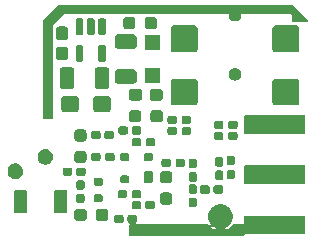
<source format=gts>
%TF.GenerationSoftware,KiCad,Pcbnew,9.0.1-129-g6cd3a802a7*%
%TF.CreationDate,2025-04-11T10:19:03+02:00*%
%TF.ProjectId,LowCapacitanceProbe,4c6f7743-6170-4616-9369-74616e636550,1.0.0*%
%TF.SameCoordinates,PX58de3e8PY4a08a30*%
%TF.FileFunction,Soldermask,Top*%
%TF.FilePolarity,Negative*%
%FSLAX45Y45*%
G04 Gerber Fmt 4.5, Leading zero omitted, Abs format (unit mm)*
G04 Created by KiCad (PCBNEW 9.0.1-129-g6cd3a802a7) date 2025-04-11 10:19:03*
%MOMM*%
%LPD*%
G01*
G04 APERTURE LIST*
G04 APERTURE END LIST*
G36*
X1840582Y266300D02*
G01*
X1841674Y266300D01*
X1845941Y265452D01*
X1855724Y263902D01*
X1858871Y262880D01*
X1861631Y262330D01*
X1865527Y260717D01*
X1871211Y258870D01*
X1876536Y256157D01*
X1880431Y254543D01*
X1882771Y252980D01*
X1885719Y251478D01*
X1893733Y245655D01*
X1897350Y243238D01*
X1898122Y242466D01*
X1898893Y241907D01*
X1910406Y230393D01*
X1910966Y229622D01*
X1911738Y228850D01*
X1914155Y225233D01*
X1919978Y217219D01*
X1921480Y214271D01*
X1923043Y211931D01*
X1924657Y208036D01*
X1927370Y202711D01*
X1929216Y197028D01*
X1930830Y193131D01*
X1931379Y190371D01*
X1932402Y187224D01*
X1933951Y177441D01*
X1934800Y173174D01*
X1934800Y172082D01*
X1934949Y171142D01*
X1934949Y154859D01*
X1934800Y153918D01*
X1934800Y152826D01*
X1933951Y148558D01*
X1932402Y138776D01*
X1931380Y135630D01*
X1930830Y132869D01*
X1929216Y128972D01*
X1927370Y123289D01*
X1924657Y117965D01*
X1923043Y114069D01*
X1921480Y111729D01*
X1919978Y108781D01*
X1914156Y100769D01*
X1911738Y97150D01*
X1910966Y96378D01*
X1910406Y95607D01*
X1898893Y84094D01*
X1898122Y83534D01*
X1897350Y82762D01*
X1893732Y80344D01*
X1885719Y74522D01*
X1882771Y73020D01*
X1880431Y71457D01*
X1876536Y69843D01*
X1870624Y66831D01*
X1874305Y51500D01*
X1894569Y51500D01*
X1898244Y53022D01*
X1942180Y96958D01*
X1942180Y96959D01*
X1943111Y97889D01*
X1945521Y98888D01*
X1946265Y99317D01*
X1946695Y99374D01*
X1947000Y99500D01*
X2023000Y99500D01*
X2025412Y98501D01*
X2027275Y98002D01*
X2035100Y104006D01*
X2035100Y164015D01*
X2035100Y165000D01*
X2035389Y166454D01*
X2036213Y167687D01*
X2037446Y168511D01*
X2038900Y168800D01*
X2546900Y168800D01*
X2548354Y168511D01*
X2549587Y167687D01*
X2550411Y166454D01*
X2550700Y165000D01*
X2550700Y15000D01*
X2550411Y13546D01*
X2549587Y12313D01*
X2548354Y11489D01*
X2546900Y11200D01*
X2038900Y11200D01*
X2038899Y11200D01*
X2038358Y11200D01*
X2032500Y5342D01*
X2032500Y0D01*
X2031501Y-2413D01*
X2031457Y-2574D01*
X2031417Y-2614D01*
X2030889Y-3889D01*
X2029614Y-4417D01*
X2029574Y-4458D01*
X2029413Y-4501D01*
X2027000Y-5500D01*
X2025683Y-5500D01*
X1068317Y-5500D01*
X1067000Y-5500D01*
X1064587Y-4501D01*
X1064426Y-4458D01*
X1064386Y-4417D01*
X1063111Y-3889D01*
X1062583Y-2614D01*
X1062542Y-2574D01*
X1062499Y-2412D01*
X1061500Y0D01*
X1061500Y70986D01*
X1750792Y70986D01*
X1768756Y53022D01*
X1772431Y51500D01*
X1788695Y51500D01*
X1792376Y66831D01*
X1786463Y69844D01*
X1782569Y71457D01*
X1780229Y73020D01*
X1777281Y74522D01*
X1769267Y80345D01*
X1765650Y82762D01*
X1764878Y83534D01*
X1762799Y85044D01*
X1750792Y70986D01*
X1061500Y70986D01*
X1061500Y90000D01*
X1062499Y92412D01*
X1064135Y98518D01*
X1060941Y105188D01*
X1058589Y106227D01*
X1056364Y106669D01*
X1053982Y108261D01*
X1052941Y108721D01*
X1052230Y109432D01*
X1050103Y110853D01*
X1048682Y112980D01*
X1047970Y113691D01*
X1047510Y114733D01*
X1045919Y117114D01*
X1045477Y119339D01*
X1044987Y120447D01*
X1044611Y123691D01*
X1044450Y124500D01*
X1044450Y155500D01*
X1044611Y156309D01*
X1044987Y159553D01*
X1045477Y160662D01*
X1045919Y162886D01*
X1047510Y165267D01*
X1047970Y166309D01*
X1048682Y167021D01*
X1050103Y169147D01*
X1052229Y170568D01*
X1052941Y171280D01*
X1053983Y171740D01*
X1056364Y173331D01*
X1058589Y173773D01*
X1059697Y174263D01*
X1062941Y174639D01*
X1063750Y174800D01*
X1106250Y174800D01*
X1107060Y174639D01*
X1110303Y174263D01*
X1111411Y173773D01*
X1113636Y173331D01*
X1116017Y171740D01*
X1117059Y171280D01*
X1117770Y170568D01*
X1119897Y169147D01*
X1121318Y167021D01*
X1122030Y166309D01*
X1122489Y165268D01*
X1124081Y162886D01*
X1124523Y160661D01*
X1125013Y159553D01*
X1125389Y156311D01*
X1125550Y155500D01*
X1125550Y124500D01*
X1125389Y123689D01*
X1125013Y120447D01*
X1124523Y119339D01*
X1124081Y117114D01*
X1122489Y114732D01*
X1122030Y113691D01*
X1121318Y112980D01*
X1119897Y110853D01*
X1117770Y109432D01*
X1116185Y107846D01*
X1121299Y95500D01*
X1724000Y95500D01*
X1726412Y94501D01*
X1727241Y94279D01*
X1727584Y94016D01*
X1727889Y93889D01*
X1739486Y82293D01*
X1753544Y94299D01*
X1752033Y96378D01*
X1751261Y97150D01*
X1748845Y100767D01*
X1743022Y108781D01*
X1741520Y111729D01*
X1739957Y114069D01*
X1738343Y117964D01*
X1735630Y123289D01*
X1733783Y128973D01*
X1732170Y132869D01*
X1731620Y135629D01*
X1730598Y138776D01*
X1729048Y148559D01*
X1728200Y152826D01*
X1728200Y153918D01*
X1728051Y154859D01*
X1728051Y171142D01*
X1728200Y172082D01*
X1728200Y173174D01*
X1729048Y177440D01*
X1730598Y187224D01*
X1731620Y190371D01*
X1732170Y193131D01*
X1733783Y197027D01*
X1735630Y202711D01*
X1738343Y208037D01*
X1739957Y211931D01*
X1741520Y214270D01*
X1743022Y217219D01*
X1748845Y225234D01*
X1751261Y228850D01*
X1752033Y229622D01*
X1752593Y230393D01*
X1764107Y241907D01*
X1764878Y242467D01*
X1765650Y243238D01*
X1769266Y245654D01*
X1777281Y251478D01*
X1780230Y252980D01*
X1782569Y254543D01*
X1786463Y256157D01*
X1791789Y258870D01*
X1797473Y260717D01*
X1801368Y262330D01*
X1804128Y262880D01*
X1807276Y263902D01*
X1817059Y265452D01*
X1821326Y266300D01*
X1822418Y266300D01*
X1823358Y266449D01*
X1839641Y266449D01*
X1840582Y266300D01*
G37*
G36*
X993559Y174639D02*
G01*
X996803Y174263D01*
X997911Y173773D01*
X1000136Y173331D01*
X1002517Y171740D01*
X1003559Y171280D01*
X1004270Y170568D01*
X1006397Y169147D01*
X1007818Y167021D01*
X1008529Y166309D01*
X1008989Y165268D01*
X1010581Y162886D01*
X1011023Y160661D01*
X1011513Y159553D01*
X1011889Y156311D01*
X1012050Y155500D01*
X1012050Y124500D01*
X1011889Y123689D01*
X1011513Y120447D01*
X1011023Y119339D01*
X1010581Y117114D01*
X1008989Y114732D01*
X1008529Y113691D01*
X1007818Y112980D01*
X1006397Y110853D01*
X1004270Y109432D01*
X1003559Y108720D01*
X1002518Y108261D01*
X1000136Y106669D01*
X997911Y106227D01*
X996803Y105737D01*
X993561Y105361D01*
X992750Y105200D01*
X950250Y105200D01*
X949439Y105361D01*
X946197Y105737D01*
X945089Y106227D01*
X942864Y106669D01*
X940482Y108261D01*
X939441Y108720D01*
X938729Y109432D01*
X936603Y110853D01*
X935182Y112980D01*
X934470Y113691D01*
X934010Y114733D01*
X932419Y117114D01*
X931977Y119339D01*
X931487Y120447D01*
X931111Y123691D01*
X930950Y124500D01*
X930950Y155500D01*
X931111Y156309D01*
X931487Y159553D01*
X931977Y160662D01*
X932419Y162886D01*
X934010Y165267D01*
X934470Y166309D01*
X935182Y167021D01*
X936603Y169147D01*
X938729Y170568D01*
X939441Y171280D01*
X940483Y171740D01*
X942864Y173331D01*
X945088Y173773D01*
X946197Y174263D01*
X949441Y174639D01*
X950250Y174800D01*
X992750Y174800D01*
X993559Y174639D01*
G37*
G36*
X673483Y225906D02*
G01*
X679226Y225069D01*
X680280Y224553D01*
X682043Y224203D01*
X684893Y222298D01*
X687428Y221059D01*
X688798Y219689D01*
X690981Y218231D01*
X692439Y216048D01*
X693809Y214678D01*
X695048Y212144D01*
X696953Y209293D01*
X697304Y207530D01*
X697819Y206476D01*
X698655Y200734D01*
X699050Y198750D01*
X699050Y151250D01*
X698655Y149265D01*
X697819Y143524D01*
X697304Y142470D01*
X696953Y140707D01*
X695048Y137856D01*
X693809Y135322D01*
X692439Y133952D01*
X690981Y131769D01*
X688798Y130311D01*
X687428Y128941D01*
X684894Y127702D01*
X682043Y125797D01*
X680280Y125446D01*
X679226Y124931D01*
X673485Y124095D01*
X671500Y123700D01*
X621500Y123700D01*
X619516Y124095D01*
X613774Y124931D01*
X612720Y125446D01*
X610957Y125797D01*
X608106Y127702D01*
X605572Y128941D01*
X604202Y130311D01*
X602019Y131769D01*
X600561Y133952D01*
X599191Y135322D01*
X597952Y137857D01*
X596047Y140707D01*
X595697Y142470D01*
X595181Y143524D01*
X594344Y149267D01*
X593950Y151250D01*
X593950Y198750D01*
X594344Y200733D01*
X595181Y206476D01*
X595697Y207531D01*
X596047Y209293D01*
X597952Y212143D01*
X599191Y214678D01*
X600561Y216048D01*
X602019Y218231D01*
X604202Y219689D01*
X605572Y221059D01*
X608107Y222298D01*
X610957Y224203D01*
X612719Y224553D01*
X613774Y225069D01*
X619518Y225906D01*
X621500Y226300D01*
X671500Y226300D01*
X673483Y225906D01*
G37*
G36*
X855983Y225906D02*
G01*
X861726Y225069D01*
X862780Y224553D01*
X864543Y224203D01*
X867393Y222298D01*
X869928Y221059D01*
X871298Y219689D01*
X873481Y218231D01*
X874939Y216048D01*
X876309Y214678D01*
X877548Y212144D01*
X879453Y209293D01*
X879803Y207530D01*
X880319Y206476D01*
X881155Y200734D01*
X881550Y198750D01*
X881550Y151250D01*
X881155Y149265D01*
X880319Y143524D01*
X879803Y142470D01*
X879453Y140707D01*
X877548Y137856D01*
X876309Y135322D01*
X874939Y133952D01*
X873481Y131769D01*
X871298Y130311D01*
X869928Y128941D01*
X867394Y127702D01*
X864543Y125797D01*
X862780Y125446D01*
X861726Y124931D01*
X855984Y124095D01*
X854000Y123700D01*
X804000Y123700D01*
X802015Y124095D01*
X796274Y124931D01*
X795220Y125446D01*
X793457Y125797D01*
X790606Y127702D01*
X788072Y128941D01*
X786702Y130311D01*
X784519Y131769D01*
X783061Y133952D01*
X781691Y135322D01*
X780452Y137857D01*
X778547Y140707D01*
X778196Y142470D01*
X777681Y143524D01*
X776844Y149267D01*
X776450Y151250D01*
X776450Y198750D01*
X776844Y200733D01*
X777681Y206476D01*
X778196Y207531D01*
X778547Y209293D01*
X780451Y212143D01*
X781691Y214678D01*
X783061Y216048D01*
X784519Y218231D01*
X786702Y219689D01*
X788072Y221059D01*
X790607Y222298D01*
X793457Y224203D01*
X795219Y224553D01*
X796274Y225069D01*
X802017Y225906D01*
X804000Y226300D01*
X854000Y226300D01*
X855983Y225906D01*
G37*
G36*
X190454Y381511D02*
G01*
X191687Y380687D01*
X192511Y379454D01*
X192800Y378000D01*
X192800Y198000D01*
X192511Y196546D01*
X191687Y195313D01*
X190454Y194489D01*
X189000Y194200D01*
X89000Y194200D01*
X87546Y194489D01*
X86313Y195313D01*
X85489Y196546D01*
X85200Y198000D01*
X85200Y378000D01*
X85489Y379454D01*
X86313Y380687D01*
X87546Y381511D01*
X89000Y381800D01*
X189000Y381800D01*
X190454Y381511D01*
G37*
G36*
X530454Y381511D02*
G01*
X531687Y380687D01*
X532511Y379454D01*
X532800Y378000D01*
X532800Y198000D01*
X532511Y196546D01*
X531687Y195313D01*
X530454Y194489D01*
X529000Y194200D01*
X429000Y194200D01*
X427546Y194489D01*
X426313Y195313D01*
X425489Y196546D01*
X425200Y198000D01*
X425200Y378000D01*
X425489Y379454D01*
X426313Y380687D01*
X427546Y381511D01*
X429000Y381800D01*
X529000Y381800D01*
X530454Y381511D01*
G37*
G36*
X1143560Y292639D02*
G01*
X1146803Y292263D01*
X1147911Y291773D01*
X1150136Y291331D01*
X1152517Y289740D01*
X1153559Y289280D01*
X1154270Y288568D01*
X1156397Y287147D01*
X1157818Y285021D01*
X1158530Y284309D01*
X1158989Y283268D01*
X1160581Y280886D01*
X1161023Y278661D01*
X1161513Y277553D01*
X1161889Y274311D01*
X1162050Y273500D01*
X1162050Y242500D01*
X1161889Y241689D01*
X1161513Y238447D01*
X1161023Y237339D01*
X1160581Y235114D01*
X1158989Y232732D01*
X1158530Y231691D01*
X1157818Y230980D01*
X1156397Y228853D01*
X1154270Y227432D01*
X1153559Y226720D01*
X1152518Y226261D01*
X1150136Y224669D01*
X1147911Y224227D01*
X1146803Y223737D01*
X1143561Y223361D01*
X1142750Y223200D01*
X1100250Y223200D01*
X1099439Y223361D01*
X1096197Y223737D01*
X1095089Y224227D01*
X1092864Y224669D01*
X1090482Y226261D01*
X1089441Y226720D01*
X1088730Y227432D01*
X1086603Y228853D01*
X1085182Y230980D01*
X1084470Y231691D01*
X1084010Y232733D01*
X1082419Y235114D01*
X1081977Y237339D01*
X1081487Y238447D01*
X1081111Y241691D01*
X1080950Y242500D01*
X1080950Y273500D01*
X1081111Y274309D01*
X1081487Y277553D01*
X1081977Y278662D01*
X1082419Y280886D01*
X1084010Y283267D01*
X1084470Y284309D01*
X1085182Y285021D01*
X1086603Y287147D01*
X1088729Y288568D01*
X1089441Y289280D01*
X1090483Y289740D01*
X1092864Y291331D01*
X1095089Y291773D01*
X1096197Y292263D01*
X1099441Y292639D01*
X1100250Y292800D01*
X1142750Y292800D01*
X1143560Y292639D01*
G37*
G36*
X1257060Y292639D02*
G01*
X1260303Y292263D01*
X1261411Y291773D01*
X1263636Y291331D01*
X1266017Y289740D01*
X1267059Y289280D01*
X1267770Y288568D01*
X1269897Y287147D01*
X1271318Y285021D01*
X1272030Y284309D01*
X1272489Y283268D01*
X1274081Y280886D01*
X1274523Y278661D01*
X1275013Y277553D01*
X1275389Y274311D01*
X1275550Y273500D01*
X1275550Y242500D01*
X1275389Y241689D01*
X1275013Y238447D01*
X1274523Y237339D01*
X1274081Y235114D01*
X1272489Y232732D01*
X1272030Y231691D01*
X1271318Y230980D01*
X1269897Y228853D01*
X1267770Y227432D01*
X1267059Y226720D01*
X1266018Y226261D01*
X1263636Y224669D01*
X1261411Y224227D01*
X1260303Y223737D01*
X1257061Y223361D01*
X1256250Y223200D01*
X1213750Y223200D01*
X1212939Y223361D01*
X1209697Y223737D01*
X1208589Y224227D01*
X1206364Y224669D01*
X1203982Y226261D01*
X1202941Y226720D01*
X1202230Y227432D01*
X1200103Y228853D01*
X1198682Y230980D01*
X1197970Y231691D01*
X1197510Y232733D01*
X1195919Y235114D01*
X1195477Y237339D01*
X1194987Y238447D01*
X1194611Y241691D01*
X1194450Y242500D01*
X1194450Y273500D01*
X1194611Y274309D01*
X1194987Y277553D01*
X1195477Y278662D01*
X1195919Y280886D01*
X1197510Y283267D01*
X1197970Y284309D01*
X1198682Y285021D01*
X1200103Y287147D01*
X1202229Y288568D01*
X1202941Y289280D01*
X1203983Y289740D01*
X1206364Y291331D01*
X1208589Y291773D01*
X1209697Y292263D01*
X1212941Y292639D01*
X1213750Y292800D01*
X1256250Y292800D01*
X1257060Y292639D01*
G37*
G36*
X1612809Y321619D02*
G01*
X1616053Y321243D01*
X1617161Y320753D01*
X1619386Y320311D01*
X1621767Y318720D01*
X1622809Y318260D01*
X1623520Y317548D01*
X1625647Y316127D01*
X1627068Y314001D01*
X1627779Y313289D01*
X1628239Y312248D01*
X1629831Y309866D01*
X1630273Y307641D01*
X1630763Y306533D01*
X1631139Y303291D01*
X1631300Y302480D01*
X1631300Y259980D01*
X1631139Y259169D01*
X1630763Y255927D01*
X1630273Y254819D01*
X1629831Y252594D01*
X1628239Y250212D01*
X1627779Y249171D01*
X1627068Y248460D01*
X1625647Y246333D01*
X1623520Y244912D01*
X1622809Y244200D01*
X1621768Y243741D01*
X1619386Y242149D01*
X1617161Y241707D01*
X1616053Y241217D01*
X1612811Y240841D01*
X1612000Y240680D01*
X1581000Y240680D01*
X1580189Y240841D01*
X1576947Y241217D01*
X1575839Y241707D01*
X1573614Y242149D01*
X1571232Y243741D01*
X1570191Y244200D01*
X1569479Y244912D01*
X1567353Y246333D01*
X1565932Y248460D01*
X1565220Y249171D01*
X1564760Y250213D01*
X1563169Y252594D01*
X1562727Y254819D01*
X1562237Y255927D01*
X1561861Y259171D01*
X1561700Y259980D01*
X1561700Y302480D01*
X1561861Y303289D01*
X1562237Y306533D01*
X1562727Y307642D01*
X1563169Y309866D01*
X1564760Y312247D01*
X1565220Y313289D01*
X1565932Y314001D01*
X1567353Y316127D01*
X1569479Y317548D01*
X1570191Y318260D01*
X1571233Y318720D01*
X1573614Y320311D01*
X1575838Y320753D01*
X1576947Y321243D01*
X1580191Y321619D01*
X1581000Y321780D01*
X1612000Y321780D01*
X1612809Y321619D01*
G37*
G36*
X1397233Y364656D02*
G01*
X1402976Y363819D01*
X1404030Y363303D01*
X1405793Y362953D01*
X1408643Y361048D01*
X1411178Y359809D01*
X1412548Y358439D01*
X1414731Y356981D01*
X1416189Y354798D01*
X1417559Y353428D01*
X1418798Y350894D01*
X1420703Y348043D01*
X1421053Y346280D01*
X1421569Y345226D01*
X1422405Y339484D01*
X1422800Y337500D01*
X1422800Y287500D01*
X1422405Y285515D01*
X1421569Y279774D01*
X1421053Y278720D01*
X1420703Y276957D01*
X1418798Y274106D01*
X1417559Y271572D01*
X1416189Y270202D01*
X1414731Y268019D01*
X1412548Y266561D01*
X1411178Y265191D01*
X1408644Y263952D01*
X1405793Y262047D01*
X1404030Y261696D01*
X1402976Y261181D01*
X1397235Y260345D01*
X1395250Y259950D01*
X1347750Y259950D01*
X1345766Y260345D01*
X1340024Y261181D01*
X1338970Y261696D01*
X1337207Y262047D01*
X1334356Y263952D01*
X1331822Y265191D01*
X1330452Y266561D01*
X1328269Y268019D01*
X1326811Y270202D01*
X1325441Y271572D01*
X1324202Y274107D01*
X1322297Y276957D01*
X1321947Y278720D01*
X1321431Y279774D01*
X1320594Y285517D01*
X1320200Y287500D01*
X1320200Y337500D01*
X1320594Y339483D01*
X1321431Y345226D01*
X1321947Y346281D01*
X1322297Y348043D01*
X1324202Y350893D01*
X1325441Y353428D01*
X1326811Y354798D01*
X1328269Y356981D01*
X1330452Y358439D01*
X1331822Y359809D01*
X1334357Y361048D01*
X1337207Y362953D01*
X1338969Y363303D01*
X1340024Y363819D01*
X1345768Y364656D01*
X1347750Y365050D01*
X1395250Y365050D01*
X1397233Y364656D01*
G37*
G36*
X662810Y355389D02*
G01*
X666053Y355013D01*
X667161Y354523D01*
X669386Y354081D01*
X671767Y352490D01*
X672809Y352030D01*
X673520Y351318D01*
X675647Y349897D01*
X677068Y347771D01*
X677780Y347059D01*
X678239Y346018D01*
X679831Y343636D01*
X680273Y341411D01*
X680763Y340303D01*
X681139Y337061D01*
X681300Y336250D01*
X681300Y293750D01*
X681139Y292939D01*
X680763Y289697D01*
X680273Y288589D01*
X679831Y286364D01*
X678239Y283982D01*
X677780Y282941D01*
X677068Y282230D01*
X675647Y280103D01*
X673520Y278682D01*
X672809Y277971D01*
X671768Y277511D01*
X669386Y275919D01*
X667161Y275477D01*
X666053Y274987D01*
X662811Y274611D01*
X662000Y274450D01*
X631000Y274450D01*
X630189Y274611D01*
X626947Y274987D01*
X625839Y275477D01*
X623614Y275919D01*
X621232Y277511D01*
X620191Y277971D01*
X619480Y278682D01*
X617353Y280103D01*
X615932Y282230D01*
X615220Y282941D01*
X614760Y283983D01*
X613169Y286364D01*
X612727Y288589D01*
X612237Y289697D01*
X611861Y292941D01*
X611700Y293750D01*
X611700Y336250D01*
X611861Y337059D01*
X612237Y340303D01*
X612727Y341412D01*
X613169Y343636D01*
X614760Y346017D01*
X615220Y347059D01*
X615932Y347771D01*
X617353Y349897D01*
X619479Y351318D01*
X620191Y352030D01*
X621233Y352490D01*
X623614Y354081D01*
X625839Y354523D01*
X626947Y355013D01*
X630191Y355389D01*
X631000Y355550D01*
X662000Y355550D01*
X662810Y355389D01*
G37*
G36*
X817309Y348639D02*
G01*
X820439Y348276D01*
X821508Y347804D01*
X823694Y347369D01*
X826035Y345805D01*
X827027Y345367D01*
X827704Y344690D01*
X829794Y343294D01*
X831190Y341204D01*
X831867Y340527D01*
X832305Y339536D01*
X833869Y337194D01*
X834304Y335008D01*
X834776Y333939D01*
X835139Y330810D01*
X835300Y330000D01*
X835300Y300000D01*
X835139Y299190D01*
X834776Y296061D01*
X834304Y294992D01*
X833869Y292806D01*
X832304Y290464D01*
X831867Y289473D01*
X831190Y288797D01*
X829794Y286706D01*
X827703Y285310D01*
X827027Y284633D01*
X826036Y284196D01*
X823694Y282631D01*
X821508Y282196D01*
X820439Y281724D01*
X817310Y281361D01*
X816500Y281200D01*
X776500Y281200D01*
X775690Y281361D01*
X772561Y281724D01*
X771492Y282196D01*
X769306Y282631D01*
X766964Y284195D01*
X765973Y284633D01*
X765296Y285310D01*
X763206Y286706D01*
X761810Y288796D01*
X761133Y289473D01*
X760695Y290465D01*
X759131Y292806D01*
X758696Y294992D01*
X758224Y296061D01*
X757861Y299191D01*
X757700Y300000D01*
X757700Y330000D01*
X757861Y330809D01*
X758224Y333939D01*
X758696Y335008D01*
X759131Y337194D01*
X760695Y339535D01*
X761133Y340527D01*
X761810Y341204D01*
X763206Y343294D01*
X765296Y344690D01*
X765973Y345367D01*
X766965Y345805D01*
X769306Y347369D01*
X771492Y347804D01*
X772561Y348276D01*
X775691Y348639D01*
X776500Y348800D01*
X816500Y348800D01*
X817309Y348639D01*
G37*
G36*
X1021309Y386639D02*
G01*
X1024668Y386249D01*
X1025815Y385743D01*
X1028077Y385293D01*
X1030499Y383675D01*
X1031592Y383192D01*
X1032338Y382446D01*
X1034501Y381001D01*
X1035946Y378838D01*
X1036692Y378092D01*
X1037174Y376999D01*
X1038793Y374577D01*
X1039243Y372315D01*
X1039749Y371168D01*
X1040139Y367810D01*
X1040300Y367000D01*
X1040300Y335000D01*
X1040139Y334190D01*
X1039749Y330832D01*
X1039243Y329685D01*
X1038793Y327423D01*
X1037174Y325001D01*
X1036692Y323908D01*
X1035946Y323162D01*
X1034501Y320999D01*
X1032338Y319554D01*
X1031592Y318808D01*
X1030499Y318326D01*
X1028077Y316707D01*
X1025815Y316257D01*
X1024668Y315751D01*
X1021310Y315361D01*
X1020500Y315200D01*
X981000Y315200D01*
X980190Y315361D01*
X976832Y315751D01*
X975685Y316257D01*
X973423Y316707D01*
X971001Y318326D01*
X969908Y318808D01*
X969162Y319554D01*
X966999Y320999D01*
X965554Y323162D01*
X964808Y323908D01*
X964325Y325001D01*
X962707Y327423D01*
X962257Y329685D01*
X961750Y330832D01*
X961361Y334191D01*
X961200Y335000D01*
X961200Y367000D01*
X961361Y367809D01*
X961750Y371168D01*
X962257Y372316D01*
X962707Y374577D01*
X964325Y376999D01*
X964808Y378092D01*
X965554Y378838D01*
X966999Y381001D01*
X969161Y382445D01*
X969908Y383192D01*
X971001Y383675D01*
X973423Y385293D01*
X975684Y385743D01*
X976832Y386249D01*
X980191Y386639D01*
X981000Y386800D01*
X1020500Y386800D01*
X1021309Y386639D01*
G37*
G36*
X1140809Y386639D02*
G01*
X1144168Y386249D01*
X1145315Y385743D01*
X1147577Y385293D01*
X1149999Y383675D01*
X1151092Y383192D01*
X1151838Y382446D01*
X1154001Y381001D01*
X1155446Y378838D01*
X1156192Y378092D01*
X1156675Y376999D01*
X1158293Y374577D01*
X1158743Y372315D01*
X1159249Y371168D01*
X1159639Y367810D01*
X1159800Y367000D01*
X1159800Y335000D01*
X1159639Y334190D01*
X1159249Y330832D01*
X1158743Y329685D01*
X1158293Y327423D01*
X1156674Y325001D01*
X1156192Y323908D01*
X1155446Y323162D01*
X1154001Y320999D01*
X1151838Y319554D01*
X1151092Y318808D01*
X1149999Y318326D01*
X1147577Y316707D01*
X1145315Y316257D01*
X1144168Y315751D01*
X1140810Y315361D01*
X1140000Y315200D01*
X1100500Y315200D01*
X1099690Y315361D01*
X1096332Y315751D01*
X1095185Y316257D01*
X1092923Y316707D01*
X1090501Y318326D01*
X1089408Y318808D01*
X1088662Y319554D01*
X1086499Y320999D01*
X1085054Y323162D01*
X1084308Y323908D01*
X1083825Y325001D01*
X1082207Y327423D01*
X1081757Y329685D01*
X1081251Y330832D01*
X1080861Y334191D01*
X1080700Y335000D01*
X1080700Y367000D01*
X1080861Y367809D01*
X1081251Y371168D01*
X1081757Y372316D01*
X1082207Y374577D01*
X1083825Y376999D01*
X1084308Y378092D01*
X1085055Y378838D01*
X1086499Y381001D01*
X1088662Y382445D01*
X1089408Y383192D01*
X1090501Y383675D01*
X1092923Y385293D01*
X1095184Y385743D01*
X1096332Y386249D01*
X1099691Y386639D01*
X1100500Y386800D01*
X1140000Y386800D01*
X1140809Y386639D01*
G37*
G36*
X1612809Y435119D02*
G01*
X1616053Y434743D01*
X1617161Y434253D01*
X1619386Y433811D01*
X1621767Y432220D01*
X1622809Y431760D01*
X1623520Y431048D01*
X1625647Y429627D01*
X1627068Y427500D01*
X1627779Y426789D01*
X1628239Y425748D01*
X1629831Y423366D01*
X1630273Y421141D01*
X1630763Y420033D01*
X1631139Y416790D01*
X1631300Y415980D01*
X1631300Y373480D01*
X1631139Y372669D01*
X1630763Y369427D01*
X1630273Y368319D01*
X1629831Y366094D01*
X1628239Y363712D01*
X1627779Y362671D01*
X1627068Y361960D01*
X1625647Y359833D01*
X1623520Y358412D01*
X1622809Y357700D01*
X1621768Y357241D01*
X1619386Y355649D01*
X1617161Y355207D01*
X1616053Y354717D01*
X1612811Y354341D01*
X1612000Y354180D01*
X1581000Y354180D01*
X1580189Y354341D01*
X1576947Y354717D01*
X1575839Y355207D01*
X1573614Y355649D01*
X1571232Y357241D01*
X1570191Y357700D01*
X1569479Y358412D01*
X1567353Y359833D01*
X1565932Y361960D01*
X1565220Y362671D01*
X1564760Y363713D01*
X1563169Y366094D01*
X1562727Y368319D01*
X1562237Y369427D01*
X1561861Y372671D01*
X1561700Y373480D01*
X1561700Y415980D01*
X1561861Y416789D01*
X1562237Y420033D01*
X1562727Y421141D01*
X1563169Y423366D01*
X1564760Y425747D01*
X1565220Y426789D01*
X1565932Y427501D01*
X1567353Y429627D01*
X1569479Y431048D01*
X1570191Y431760D01*
X1571233Y432220D01*
X1573614Y433811D01*
X1575838Y434253D01*
X1576947Y434743D01*
X1580191Y435119D01*
X1581000Y435280D01*
X1612000Y435280D01*
X1612809Y435119D01*
G37*
G36*
X1722809Y425639D02*
G01*
X1726168Y425249D01*
X1727315Y424743D01*
X1729577Y424293D01*
X1731999Y422675D01*
X1733092Y422192D01*
X1733838Y421446D01*
X1736001Y420001D01*
X1737446Y417838D01*
X1738192Y417092D01*
X1738674Y415999D01*
X1740293Y413577D01*
X1740743Y411315D01*
X1741249Y410168D01*
X1741639Y406810D01*
X1741800Y406000D01*
X1741800Y374000D01*
X1741639Y373190D01*
X1741249Y369832D01*
X1740743Y368685D01*
X1740293Y366423D01*
X1738674Y364001D01*
X1738192Y362908D01*
X1737446Y362162D01*
X1736001Y359999D01*
X1733838Y358554D01*
X1733092Y357808D01*
X1731999Y357326D01*
X1729577Y355707D01*
X1727315Y355257D01*
X1726168Y354751D01*
X1722810Y354361D01*
X1722000Y354200D01*
X1677500Y354200D01*
X1676690Y354361D01*
X1673332Y354751D01*
X1672185Y355257D01*
X1669923Y355707D01*
X1667501Y357325D01*
X1666408Y357808D01*
X1665662Y358554D01*
X1663499Y359999D01*
X1662054Y362162D01*
X1661308Y362908D01*
X1660825Y364001D01*
X1659207Y366423D01*
X1658757Y368685D01*
X1658250Y369832D01*
X1657861Y373191D01*
X1657700Y374000D01*
X1657700Y406000D01*
X1657861Y406809D01*
X1658250Y410168D01*
X1658757Y411316D01*
X1659207Y413577D01*
X1660825Y415999D01*
X1661308Y417092D01*
X1662054Y417838D01*
X1663499Y420001D01*
X1665661Y421445D01*
X1666408Y422192D01*
X1667501Y422675D01*
X1669923Y424293D01*
X1672184Y424743D01*
X1673332Y425249D01*
X1676691Y425639D01*
X1677500Y425800D01*
X1722000Y425800D01*
X1722809Y425639D01*
G37*
G36*
X1837309Y425639D02*
G01*
X1840668Y425249D01*
X1841815Y424743D01*
X1844077Y424293D01*
X1846499Y422675D01*
X1847592Y422192D01*
X1848338Y421446D01*
X1850501Y420001D01*
X1851946Y417838D01*
X1852692Y417092D01*
X1853174Y415999D01*
X1854793Y413577D01*
X1855243Y411315D01*
X1855749Y410168D01*
X1856139Y406810D01*
X1856300Y406000D01*
X1856300Y374000D01*
X1856139Y373190D01*
X1855749Y369832D01*
X1855243Y368685D01*
X1854793Y366423D01*
X1853174Y364001D01*
X1852692Y362908D01*
X1851946Y362162D01*
X1850501Y359999D01*
X1848338Y358554D01*
X1847592Y357808D01*
X1846499Y357326D01*
X1844077Y355707D01*
X1841815Y355257D01*
X1840668Y354751D01*
X1837310Y354361D01*
X1836500Y354200D01*
X1792000Y354200D01*
X1791190Y354361D01*
X1787832Y354751D01*
X1786685Y355257D01*
X1784423Y355707D01*
X1782001Y357325D01*
X1780908Y357808D01*
X1780162Y358554D01*
X1777999Y359999D01*
X1776554Y362162D01*
X1775808Y362908D01*
X1775325Y364001D01*
X1773707Y366423D01*
X1773257Y368685D01*
X1772750Y369832D01*
X1772361Y373191D01*
X1772200Y374000D01*
X1772200Y406000D01*
X1772361Y406809D01*
X1772750Y410168D01*
X1773257Y411316D01*
X1773707Y413577D01*
X1775325Y415999D01*
X1775808Y417092D01*
X1776554Y417838D01*
X1777999Y420001D01*
X1780161Y421445D01*
X1780908Y422192D01*
X1782001Y422675D01*
X1784423Y424293D01*
X1786684Y424743D01*
X1787832Y425249D01*
X1791191Y425639D01*
X1792000Y425800D01*
X1836500Y425800D01*
X1837309Y425639D01*
G37*
G36*
X662810Y468889D02*
G01*
X666053Y468513D01*
X667161Y468023D01*
X669386Y467581D01*
X671767Y465990D01*
X672809Y465530D01*
X673520Y464818D01*
X675647Y463397D01*
X677068Y461270D01*
X677780Y460559D01*
X678239Y459518D01*
X679831Y457136D01*
X680273Y454911D01*
X680763Y453803D01*
X681139Y450560D01*
X681300Y449750D01*
X681300Y407250D01*
X681139Y406439D01*
X680763Y403197D01*
X680273Y402089D01*
X679831Y399864D01*
X678239Y397482D01*
X677780Y396441D01*
X677068Y395730D01*
X675647Y393603D01*
X673520Y392182D01*
X672809Y391470D01*
X671768Y391011D01*
X669386Y389419D01*
X667161Y388977D01*
X666053Y388487D01*
X662811Y388111D01*
X662000Y387950D01*
X631000Y387950D01*
X630189Y388111D01*
X626947Y388487D01*
X625839Y388977D01*
X623614Y389419D01*
X621232Y391011D01*
X620191Y391470D01*
X619480Y392182D01*
X617353Y393603D01*
X615932Y395730D01*
X615220Y396441D01*
X614760Y397483D01*
X613169Y399864D01*
X612727Y402089D01*
X612237Y403197D01*
X611861Y406441D01*
X611700Y407250D01*
X611700Y449750D01*
X611861Y450559D01*
X612237Y453803D01*
X612727Y454911D01*
X613169Y457136D01*
X614760Y459517D01*
X615220Y460559D01*
X615932Y461271D01*
X617353Y463397D01*
X619479Y464818D01*
X620191Y465530D01*
X621233Y465990D01*
X623614Y467581D01*
X625839Y468023D01*
X626947Y468513D01*
X630191Y468889D01*
X631000Y469050D01*
X662000Y469050D01*
X662810Y468889D01*
G37*
G36*
X817309Y488639D02*
G01*
X820439Y488276D01*
X821508Y487804D01*
X823694Y487369D01*
X826035Y485805D01*
X827027Y485367D01*
X827704Y484690D01*
X829794Y483294D01*
X831190Y481204D01*
X831867Y480527D01*
X832305Y479535D01*
X833869Y477194D01*
X834304Y475008D01*
X834776Y473939D01*
X835139Y470810D01*
X835300Y470000D01*
X835300Y440000D01*
X835139Y439190D01*
X834776Y436061D01*
X834304Y434992D01*
X833869Y432806D01*
X832304Y430464D01*
X831867Y429473D01*
X831190Y428797D01*
X829794Y426706D01*
X827703Y425310D01*
X827027Y424633D01*
X826036Y424195D01*
X823694Y422631D01*
X821508Y422196D01*
X820439Y421724D01*
X817310Y421361D01*
X816500Y421200D01*
X776500Y421200D01*
X775690Y421361D01*
X772561Y421724D01*
X771492Y422196D01*
X769306Y422631D01*
X766964Y424195D01*
X765973Y424633D01*
X765296Y425310D01*
X763206Y426706D01*
X761810Y428796D01*
X761133Y429473D01*
X760695Y430465D01*
X759131Y432806D01*
X758696Y434992D01*
X758224Y436061D01*
X757861Y439191D01*
X757700Y440000D01*
X757700Y470000D01*
X757861Y470809D01*
X758224Y473939D01*
X758696Y475008D01*
X759131Y477194D01*
X760695Y479535D01*
X761133Y480527D01*
X761810Y481204D01*
X763206Y483294D01*
X765296Y484690D01*
X765973Y485367D01*
X766965Y485805D01*
X769306Y487369D01*
X771492Y487804D01*
X772561Y488276D01*
X775691Y488639D01*
X776500Y488800D01*
X816500Y488800D01*
X817309Y488639D01*
G37*
G36*
X2548354Y593511D02*
G01*
X2549587Y592687D01*
X2550411Y591454D01*
X2550700Y590000D01*
X2550700Y440000D01*
X2550411Y438546D01*
X2549587Y437313D01*
X2548354Y436489D01*
X2546900Y436200D01*
X2038900Y436200D01*
X2037446Y436489D01*
X2036213Y437313D01*
X2035389Y438546D01*
X2035100Y440000D01*
X2035100Y590000D01*
X2035389Y591454D01*
X2036213Y592687D01*
X2037446Y593511D01*
X2038900Y593800D01*
X2546900Y593800D01*
X2548354Y593511D01*
G37*
G36*
X1042309Y508639D02*
G01*
X1045439Y508276D01*
X1046508Y507804D01*
X1048694Y507369D01*
X1051035Y505805D01*
X1052027Y505367D01*
X1052704Y504690D01*
X1054794Y503294D01*
X1056190Y501204D01*
X1056867Y500527D01*
X1057305Y499535D01*
X1058869Y497194D01*
X1059304Y495008D01*
X1059776Y493939D01*
X1060139Y490810D01*
X1060300Y490000D01*
X1060300Y460000D01*
X1060139Y459190D01*
X1059776Y456061D01*
X1059304Y454992D01*
X1058869Y452806D01*
X1057305Y450464D01*
X1056867Y449473D01*
X1056190Y448797D01*
X1054794Y446706D01*
X1052703Y445310D01*
X1052027Y444633D01*
X1051036Y444195D01*
X1048694Y442631D01*
X1046508Y442196D01*
X1045439Y441724D01*
X1042310Y441361D01*
X1041500Y441200D01*
X1001500Y441200D01*
X1000690Y441361D01*
X997561Y441724D01*
X996492Y442196D01*
X994306Y442631D01*
X991964Y444195D01*
X990973Y444633D01*
X990296Y445310D01*
X988206Y446706D01*
X986810Y448796D01*
X986133Y449473D01*
X985695Y450465D01*
X984131Y452806D01*
X983696Y454992D01*
X983224Y456061D01*
X982861Y459191D01*
X982700Y460000D01*
X982700Y490000D01*
X982861Y490809D01*
X983224Y493939D01*
X983696Y495008D01*
X984131Y497194D01*
X985695Y499535D01*
X986133Y500527D01*
X986810Y501204D01*
X988206Y503294D01*
X990296Y504690D01*
X990973Y505367D01*
X991965Y505805D01*
X994306Y507369D01*
X996492Y507804D01*
X997561Y508276D01*
X1000691Y508639D01*
X1001500Y508800D01*
X1041500Y508800D01*
X1042309Y508639D01*
G37*
G36*
X1240283Y548545D02*
G01*
X1244270Y548020D01*
X1245273Y547552D01*
X1247151Y547179D01*
X1249639Y545516D01*
X1251129Y544822D01*
X1252035Y543916D01*
X1254061Y542561D01*
X1255416Y540535D01*
X1256322Y539629D01*
X1257016Y538139D01*
X1258679Y535651D01*
X1259052Y533773D01*
X1259520Y532770D01*
X1260044Y528785D01*
X1260300Y527500D01*
X1260300Y462500D01*
X1260044Y461215D01*
X1259520Y457230D01*
X1259052Y456228D01*
X1258679Y454349D01*
X1257016Y451860D01*
X1256322Y450371D01*
X1255416Y449466D01*
X1254061Y447439D01*
X1252034Y446084D01*
X1251129Y445178D01*
X1249640Y444484D01*
X1247151Y442821D01*
X1245272Y442448D01*
X1244270Y441980D01*
X1240285Y441456D01*
X1239000Y441200D01*
X1204000Y441200D01*
X1202715Y441456D01*
X1198730Y441980D01*
X1197727Y442448D01*
X1195849Y442821D01*
X1193361Y444484D01*
X1191871Y445178D01*
X1190965Y446084D01*
X1188939Y447439D01*
X1187584Y449465D01*
X1186678Y450371D01*
X1185984Y451861D01*
X1184321Y454349D01*
X1183948Y456227D01*
X1183480Y457230D01*
X1182955Y461217D01*
X1182700Y462500D01*
X1182700Y527500D01*
X1182955Y528783D01*
X1183480Y532770D01*
X1183948Y533773D01*
X1184321Y535651D01*
X1185984Y538139D01*
X1186678Y539629D01*
X1187585Y540535D01*
X1188939Y542561D01*
X1190965Y543915D01*
X1191871Y544822D01*
X1193361Y545516D01*
X1195849Y547179D01*
X1197727Y547552D01*
X1198730Y548020D01*
X1202717Y548545D01*
X1204000Y548800D01*
X1239000Y548800D01*
X1240283Y548545D01*
G37*
G36*
X1397233Y547156D02*
G01*
X1402976Y546319D01*
X1404030Y545804D01*
X1405793Y545453D01*
X1408643Y543548D01*
X1411178Y542309D01*
X1412548Y540939D01*
X1414731Y539481D01*
X1416189Y537298D01*
X1417559Y535928D01*
X1418798Y533394D01*
X1420703Y530543D01*
X1421053Y528780D01*
X1421569Y527726D01*
X1422405Y521984D01*
X1422800Y520000D01*
X1422800Y470000D01*
X1422405Y468015D01*
X1421569Y462274D01*
X1421053Y461220D01*
X1420703Y459457D01*
X1418798Y456606D01*
X1417559Y454072D01*
X1416189Y452702D01*
X1414731Y450519D01*
X1412548Y449061D01*
X1411178Y447691D01*
X1408644Y446452D01*
X1405793Y444547D01*
X1404030Y444196D01*
X1402976Y443681D01*
X1397235Y442845D01*
X1395250Y442450D01*
X1347750Y442450D01*
X1345766Y442845D01*
X1340024Y443681D01*
X1338970Y444196D01*
X1337207Y444547D01*
X1334356Y446452D01*
X1331822Y447691D01*
X1330452Y449061D01*
X1328269Y450519D01*
X1326811Y452702D01*
X1325441Y454072D01*
X1324202Y456607D01*
X1322297Y459457D01*
X1321947Y461220D01*
X1321431Y462274D01*
X1320594Y468017D01*
X1320200Y470000D01*
X1320200Y520000D01*
X1320594Y521983D01*
X1321431Y527726D01*
X1321947Y528781D01*
X1322297Y530543D01*
X1324202Y533393D01*
X1325441Y535928D01*
X1326811Y537298D01*
X1328269Y539481D01*
X1330452Y540939D01*
X1331822Y542309D01*
X1334357Y543549D01*
X1337207Y545453D01*
X1338969Y545804D01*
X1340024Y546319D01*
X1345768Y547156D01*
X1347750Y547550D01*
X1395250Y547550D01*
X1397233Y547156D01*
G37*
G36*
X1612809Y537139D02*
G01*
X1616053Y536763D01*
X1617161Y536273D01*
X1619386Y535831D01*
X1621767Y534240D01*
X1622809Y533780D01*
X1623520Y533068D01*
X1625647Y531647D01*
X1627068Y529521D01*
X1627779Y528809D01*
X1628239Y527768D01*
X1629831Y525386D01*
X1630273Y523161D01*
X1630763Y522053D01*
X1631139Y518810D01*
X1631300Y518000D01*
X1631300Y475500D01*
X1631139Y474689D01*
X1630763Y471447D01*
X1630273Y470339D01*
X1629831Y468114D01*
X1628239Y465732D01*
X1627779Y464691D01*
X1627068Y463980D01*
X1625647Y461853D01*
X1623520Y460432D01*
X1622809Y459720D01*
X1621768Y459261D01*
X1619386Y457669D01*
X1617161Y457227D01*
X1616053Y456737D01*
X1612811Y456361D01*
X1612000Y456200D01*
X1581000Y456200D01*
X1580189Y456361D01*
X1576947Y456737D01*
X1575839Y457227D01*
X1573614Y457669D01*
X1571232Y459261D01*
X1570191Y459720D01*
X1569479Y460432D01*
X1567353Y461853D01*
X1565932Y463980D01*
X1565220Y464691D01*
X1564760Y465733D01*
X1563169Y468114D01*
X1562727Y470339D01*
X1562237Y471447D01*
X1561861Y474691D01*
X1561700Y475500D01*
X1561700Y518000D01*
X1561861Y518809D01*
X1562237Y522053D01*
X1562727Y523161D01*
X1563169Y525386D01*
X1564760Y527767D01*
X1565220Y528809D01*
X1565932Y529521D01*
X1567353Y531647D01*
X1569479Y533068D01*
X1570191Y533780D01*
X1571233Y534240D01*
X1573614Y535831D01*
X1575838Y536273D01*
X1576947Y536763D01*
X1580191Y537139D01*
X1581000Y537300D01*
X1612000Y537300D01*
X1612809Y537139D01*
G37*
G36*
X1837809Y551139D02*
G01*
X1841053Y550763D01*
X1842161Y550273D01*
X1844386Y549831D01*
X1846767Y548240D01*
X1847809Y547780D01*
X1848520Y547068D01*
X1850647Y545647D01*
X1852068Y543521D01*
X1852779Y542809D01*
X1853239Y541768D01*
X1854831Y539386D01*
X1855273Y537161D01*
X1855763Y536053D01*
X1856139Y532811D01*
X1856300Y532000D01*
X1856300Y489500D01*
X1856139Y488689D01*
X1855763Y485447D01*
X1855273Y484339D01*
X1854831Y482114D01*
X1853239Y479732D01*
X1852779Y478691D01*
X1852068Y477980D01*
X1850647Y475853D01*
X1848520Y474432D01*
X1847809Y473720D01*
X1846768Y473261D01*
X1844386Y471669D01*
X1842161Y471227D01*
X1841053Y470737D01*
X1837811Y470361D01*
X1837000Y470200D01*
X1806000Y470200D01*
X1805189Y470361D01*
X1801947Y470737D01*
X1800839Y471227D01*
X1798614Y471669D01*
X1796232Y473261D01*
X1795191Y473720D01*
X1794479Y474432D01*
X1792353Y475853D01*
X1790932Y477980D01*
X1790220Y478691D01*
X1789760Y479733D01*
X1788169Y482114D01*
X1787727Y484339D01*
X1787237Y485447D01*
X1786861Y488691D01*
X1786700Y489500D01*
X1786700Y532000D01*
X1786861Y532809D01*
X1787237Y536053D01*
X1787727Y537162D01*
X1788169Y539386D01*
X1789760Y541767D01*
X1790220Y542809D01*
X1790932Y543521D01*
X1792353Y545647D01*
X1794479Y547068D01*
X1795191Y547780D01*
X1796233Y548240D01*
X1798614Y549831D01*
X1800838Y550273D01*
X1801947Y550763D01*
X1805191Y551139D01*
X1806000Y551300D01*
X1837000Y551300D01*
X1837809Y551139D01*
G37*
G36*
X1935809Y554389D02*
G01*
X1939168Y554000D01*
X1940315Y553493D01*
X1942577Y553043D01*
X1944999Y551425D01*
X1946092Y550942D01*
X1946838Y550196D01*
X1949001Y548751D01*
X1950446Y546588D01*
X1951192Y545842D01*
X1951674Y544749D01*
X1953293Y542327D01*
X1953743Y540065D01*
X1954249Y538918D01*
X1954639Y535560D01*
X1954800Y534750D01*
X1954800Y495250D01*
X1954639Y494440D01*
X1954249Y491082D01*
X1953743Y489935D01*
X1953293Y487673D01*
X1951674Y485251D01*
X1951192Y484158D01*
X1950446Y483412D01*
X1949001Y481249D01*
X1946838Y479804D01*
X1946092Y479058D01*
X1944999Y478576D01*
X1942577Y476957D01*
X1940315Y476507D01*
X1939168Y476001D01*
X1935810Y475611D01*
X1935000Y475450D01*
X1903000Y475450D01*
X1902190Y475611D01*
X1898832Y476001D01*
X1897685Y476507D01*
X1895423Y476957D01*
X1893001Y478575D01*
X1891908Y479058D01*
X1891162Y479804D01*
X1888999Y481249D01*
X1887554Y483412D01*
X1886808Y484158D01*
X1886325Y485251D01*
X1884707Y487673D01*
X1884257Y489935D01*
X1883750Y491082D01*
X1883361Y494441D01*
X1883200Y495250D01*
X1883200Y534750D01*
X1883361Y535559D01*
X1883750Y538918D01*
X1884257Y540066D01*
X1884707Y542327D01*
X1886325Y544749D01*
X1886808Y545842D01*
X1887554Y546589D01*
X1888999Y548751D01*
X1891161Y550196D01*
X1891908Y550942D01*
X1893001Y551425D01*
X1895423Y553043D01*
X1897684Y553493D01*
X1898832Y554000D01*
X1902191Y554389D01*
X1903000Y554550D01*
X1935000Y554550D01*
X1935809Y554389D01*
G37*
G36*
X114246Y607945D02*
G01*
X126254Y602971D01*
X137060Y595751D01*
X146251Y586560D01*
X153471Y575754D01*
X158445Y563746D01*
X160981Y550999D01*
X160981Y538002D01*
X158445Y525254D01*
X153471Y513246D01*
X146251Y502440D01*
X137060Y493249D01*
X126254Y486029D01*
X114246Y481055D01*
X101498Y478519D01*
X88501Y478519D01*
X75754Y481055D01*
X63746Y486029D01*
X52940Y493249D01*
X43749Y502440D01*
X36529Y513246D01*
X31555Y525254D01*
X29019Y538002D01*
X29019Y550999D01*
X31555Y563746D01*
X36529Y575754D01*
X43749Y586560D01*
X52940Y595751D01*
X63746Y602971D01*
X75754Y607945D01*
X88501Y610481D01*
X101498Y610481D01*
X114246Y607945D01*
G37*
G36*
X558560Y574639D02*
G01*
X561803Y574263D01*
X562911Y573773D01*
X565136Y573331D01*
X567517Y571740D01*
X568559Y571280D01*
X569270Y570568D01*
X571397Y569147D01*
X572818Y567021D01*
X573530Y566309D01*
X573989Y565268D01*
X575581Y562886D01*
X576023Y560661D01*
X576513Y559553D01*
X576889Y556311D01*
X577050Y555500D01*
X577050Y524500D01*
X576889Y523689D01*
X576513Y520447D01*
X576023Y519339D01*
X575581Y517114D01*
X573989Y514732D01*
X573530Y513691D01*
X572818Y512980D01*
X571397Y510853D01*
X569270Y509432D01*
X568559Y508720D01*
X567518Y508261D01*
X565136Y506669D01*
X562911Y506227D01*
X561803Y505737D01*
X558561Y505361D01*
X557750Y505200D01*
X515250Y505200D01*
X514439Y505361D01*
X511197Y505737D01*
X510089Y506227D01*
X507864Y506669D01*
X505482Y508261D01*
X504441Y508720D01*
X503729Y509432D01*
X501603Y510853D01*
X500182Y512980D01*
X499470Y513691D01*
X499010Y514733D01*
X497419Y517114D01*
X496977Y519339D01*
X496487Y520447D01*
X496111Y523691D01*
X495950Y524500D01*
X495950Y555500D01*
X496111Y556309D01*
X496487Y559553D01*
X496977Y560662D01*
X497419Y562886D01*
X499010Y565267D01*
X499470Y566309D01*
X500182Y567021D01*
X501603Y569147D01*
X503729Y570568D01*
X504441Y571280D01*
X505483Y571740D01*
X507864Y573331D01*
X510088Y573773D01*
X511197Y574263D01*
X514441Y574639D01*
X515250Y574800D01*
X557750Y574800D01*
X558560Y574639D01*
G37*
G36*
X672060Y574639D02*
G01*
X675303Y574263D01*
X676411Y573773D01*
X678636Y573331D01*
X681017Y571740D01*
X682059Y571280D01*
X682770Y570568D01*
X684897Y569147D01*
X686318Y567021D01*
X687030Y566309D01*
X687489Y565268D01*
X689081Y562886D01*
X689523Y560661D01*
X690013Y559553D01*
X690389Y556311D01*
X690550Y555500D01*
X690550Y524500D01*
X690389Y523689D01*
X690013Y520447D01*
X689523Y519339D01*
X689081Y517114D01*
X687489Y514732D01*
X687030Y513691D01*
X686318Y512980D01*
X684897Y510853D01*
X682770Y509432D01*
X682059Y508720D01*
X681018Y508261D01*
X678636Y506669D01*
X676411Y506227D01*
X675303Y505737D01*
X672061Y505361D01*
X671250Y505200D01*
X628750Y505200D01*
X627939Y505361D01*
X624697Y505737D01*
X623589Y506227D01*
X621364Y506669D01*
X618982Y508261D01*
X617941Y508720D01*
X617230Y509432D01*
X615103Y510853D01*
X613682Y512980D01*
X612970Y513691D01*
X612510Y514733D01*
X610919Y517114D01*
X610477Y519339D01*
X609987Y520447D01*
X609611Y523691D01*
X609450Y524500D01*
X609450Y555500D01*
X609611Y556309D01*
X609987Y559553D01*
X610477Y560662D01*
X610919Y562886D01*
X612510Y565267D01*
X612970Y566309D01*
X613682Y567021D01*
X615103Y569147D01*
X617229Y570568D01*
X617941Y571280D01*
X618983Y571740D01*
X621364Y573331D01*
X623589Y573773D01*
X624697Y574263D01*
X627941Y574639D01*
X628750Y574800D01*
X671250Y574800D01*
X672060Y574639D01*
G37*
G36*
X1612809Y650639D02*
G01*
X1616053Y650263D01*
X1617161Y649773D01*
X1619386Y649331D01*
X1621767Y647740D01*
X1622809Y647280D01*
X1623520Y646568D01*
X1625647Y645147D01*
X1627068Y643021D01*
X1627779Y642309D01*
X1628239Y641268D01*
X1629831Y638886D01*
X1630273Y636661D01*
X1630763Y635553D01*
X1631139Y632311D01*
X1631300Y631500D01*
X1631300Y589000D01*
X1631139Y588189D01*
X1630763Y584947D01*
X1630273Y583839D01*
X1629831Y581614D01*
X1628239Y579232D01*
X1627779Y578191D01*
X1627068Y577480D01*
X1625647Y575353D01*
X1623520Y573932D01*
X1622809Y573221D01*
X1621768Y572761D01*
X1619386Y571169D01*
X1617161Y570727D01*
X1616053Y570237D01*
X1612811Y569861D01*
X1612000Y569700D01*
X1581000Y569700D01*
X1580189Y569861D01*
X1576947Y570237D01*
X1575839Y570727D01*
X1573614Y571169D01*
X1571232Y572761D01*
X1570191Y573221D01*
X1569479Y573932D01*
X1567353Y575353D01*
X1565932Y577480D01*
X1565220Y578191D01*
X1564760Y579233D01*
X1563169Y581614D01*
X1562727Y583839D01*
X1562237Y584947D01*
X1561861Y588191D01*
X1561700Y589000D01*
X1561700Y631500D01*
X1561861Y632309D01*
X1562237Y635553D01*
X1562727Y636662D01*
X1563169Y638886D01*
X1564760Y641267D01*
X1565220Y642309D01*
X1565932Y643021D01*
X1567353Y645147D01*
X1569479Y646568D01*
X1570191Y647280D01*
X1571233Y647740D01*
X1573614Y649331D01*
X1575838Y649773D01*
X1576947Y650263D01*
X1580191Y650639D01*
X1581000Y650800D01*
X1612000Y650800D01*
X1612809Y650639D01*
G37*
G36*
X1392059Y650639D02*
G01*
X1395418Y650250D01*
X1396565Y649743D01*
X1398827Y649293D01*
X1401249Y647675D01*
X1402342Y647192D01*
X1403088Y646446D01*
X1405251Y645001D01*
X1406696Y642838D01*
X1407442Y642092D01*
X1407924Y640999D01*
X1409543Y638577D01*
X1409993Y636315D01*
X1410499Y635168D01*
X1410889Y631810D01*
X1411050Y631000D01*
X1411050Y599000D01*
X1410889Y598190D01*
X1410499Y594832D01*
X1409993Y593685D01*
X1409543Y591423D01*
X1407924Y589001D01*
X1407442Y587908D01*
X1406696Y587162D01*
X1405251Y584999D01*
X1403088Y583554D01*
X1402342Y582808D01*
X1401249Y582326D01*
X1398827Y580707D01*
X1396565Y580257D01*
X1395418Y579751D01*
X1392060Y579361D01*
X1391250Y579200D01*
X1351750Y579200D01*
X1350940Y579361D01*
X1347582Y579751D01*
X1346435Y580257D01*
X1344173Y580707D01*
X1341751Y582326D01*
X1340658Y582808D01*
X1339912Y583554D01*
X1337749Y584999D01*
X1336304Y587162D01*
X1335558Y587908D01*
X1335075Y589001D01*
X1333457Y591423D01*
X1333007Y593685D01*
X1332501Y594832D01*
X1332111Y598191D01*
X1331950Y599000D01*
X1331950Y631000D01*
X1332111Y631809D01*
X1332501Y635168D01*
X1333007Y636316D01*
X1333457Y638577D01*
X1335075Y640999D01*
X1335558Y642092D01*
X1336305Y642839D01*
X1337749Y645001D01*
X1339912Y646446D01*
X1340658Y647192D01*
X1341751Y647675D01*
X1344173Y649293D01*
X1346434Y649743D01*
X1347582Y650250D01*
X1350941Y650639D01*
X1351750Y650800D01*
X1391250Y650800D01*
X1392059Y650639D01*
G37*
G36*
X1511559Y650639D02*
G01*
X1514918Y650250D01*
X1516065Y649743D01*
X1518327Y649293D01*
X1520749Y647675D01*
X1521842Y647192D01*
X1522588Y646446D01*
X1524751Y645001D01*
X1526196Y642838D01*
X1526942Y642092D01*
X1527424Y640999D01*
X1529043Y638577D01*
X1529493Y636315D01*
X1529999Y635168D01*
X1530389Y631810D01*
X1530550Y631000D01*
X1530550Y599000D01*
X1530389Y598190D01*
X1529999Y594832D01*
X1529493Y593685D01*
X1529043Y591423D01*
X1527424Y589001D01*
X1526942Y587908D01*
X1526196Y587162D01*
X1524751Y584999D01*
X1522588Y583554D01*
X1521842Y582808D01*
X1520749Y582326D01*
X1518327Y580707D01*
X1516065Y580257D01*
X1514918Y579751D01*
X1511560Y579361D01*
X1510750Y579200D01*
X1471250Y579200D01*
X1470440Y579361D01*
X1467082Y579751D01*
X1465935Y580257D01*
X1463673Y580707D01*
X1461251Y582326D01*
X1460158Y582808D01*
X1459412Y583554D01*
X1457249Y584999D01*
X1455804Y587162D01*
X1455058Y587908D01*
X1454575Y589001D01*
X1452957Y591423D01*
X1452507Y593685D01*
X1452000Y594832D01*
X1451611Y598191D01*
X1451450Y599000D01*
X1451450Y631000D01*
X1451611Y631809D01*
X1452000Y635168D01*
X1452507Y636316D01*
X1452957Y638577D01*
X1454575Y640999D01*
X1455058Y642092D01*
X1455804Y642839D01*
X1457249Y645001D01*
X1459411Y646446D01*
X1460158Y647192D01*
X1461251Y647675D01*
X1463673Y649293D01*
X1465934Y649743D01*
X1467082Y650250D01*
X1470441Y650639D01*
X1471250Y650800D01*
X1510750Y650800D01*
X1511559Y650639D01*
G37*
G36*
X1837809Y664639D02*
G01*
X1841053Y664263D01*
X1842161Y663773D01*
X1844386Y663331D01*
X1846767Y661740D01*
X1847809Y661280D01*
X1848520Y660568D01*
X1850647Y659147D01*
X1852068Y657021D01*
X1852779Y656309D01*
X1853239Y655268D01*
X1854831Y652886D01*
X1855273Y650661D01*
X1855763Y649553D01*
X1856139Y646311D01*
X1856300Y645500D01*
X1856300Y603000D01*
X1856139Y602189D01*
X1855763Y598947D01*
X1855273Y597839D01*
X1854831Y595614D01*
X1853239Y593232D01*
X1852779Y592191D01*
X1852068Y591480D01*
X1850647Y589353D01*
X1848520Y587932D01*
X1847809Y587221D01*
X1846768Y586761D01*
X1844386Y585169D01*
X1842161Y584727D01*
X1841053Y584237D01*
X1837811Y583861D01*
X1837000Y583700D01*
X1806000Y583700D01*
X1805189Y583861D01*
X1801947Y584237D01*
X1800839Y584727D01*
X1798614Y585169D01*
X1796232Y586761D01*
X1795191Y587221D01*
X1794479Y587932D01*
X1792353Y589353D01*
X1790932Y591480D01*
X1790220Y592191D01*
X1789760Y593233D01*
X1788169Y595614D01*
X1787727Y597839D01*
X1787237Y598947D01*
X1786861Y602191D01*
X1786700Y603000D01*
X1786700Y645500D01*
X1786861Y646309D01*
X1787237Y649553D01*
X1787727Y650662D01*
X1788169Y652886D01*
X1789760Y655267D01*
X1790220Y656309D01*
X1790932Y657021D01*
X1792353Y659147D01*
X1794479Y660568D01*
X1795191Y661280D01*
X1796233Y661740D01*
X1798614Y663331D01*
X1800838Y663773D01*
X1801947Y664263D01*
X1805191Y664639D01*
X1806000Y664800D01*
X1837000Y664800D01*
X1837809Y664639D01*
G37*
G36*
X1935809Y673889D02*
G01*
X1939168Y673500D01*
X1940315Y672993D01*
X1942577Y672543D01*
X1944999Y670925D01*
X1946092Y670442D01*
X1946838Y669696D01*
X1949001Y668251D01*
X1950446Y666088D01*
X1951192Y665342D01*
X1951674Y664249D01*
X1953293Y661827D01*
X1953743Y659565D01*
X1954249Y658418D01*
X1954639Y655060D01*
X1954800Y654250D01*
X1954800Y614750D01*
X1954639Y613940D01*
X1954249Y610582D01*
X1953743Y609435D01*
X1953293Y607173D01*
X1951674Y604751D01*
X1951192Y603658D01*
X1950446Y602912D01*
X1949001Y600749D01*
X1946838Y599304D01*
X1946092Y598558D01*
X1944999Y598076D01*
X1942577Y596457D01*
X1940315Y596007D01*
X1939168Y595501D01*
X1935810Y595111D01*
X1935000Y594950D01*
X1903000Y594950D01*
X1902190Y595111D01*
X1898832Y595501D01*
X1897685Y596007D01*
X1895423Y596457D01*
X1893001Y598076D01*
X1891908Y598558D01*
X1891162Y599304D01*
X1888999Y600749D01*
X1887554Y602912D01*
X1886808Y603658D01*
X1886325Y604751D01*
X1884707Y607173D01*
X1884257Y609435D01*
X1883750Y610582D01*
X1883361Y613941D01*
X1883200Y614750D01*
X1883200Y654250D01*
X1883361Y655059D01*
X1883750Y658418D01*
X1884257Y659566D01*
X1884707Y661827D01*
X1886325Y664249D01*
X1886808Y665342D01*
X1887554Y666089D01*
X1888999Y668251D01*
X1891161Y669696D01*
X1891908Y670442D01*
X1893001Y670925D01*
X1895423Y672543D01*
X1897684Y672993D01*
X1898832Y673500D01*
X1902191Y673889D01*
X1903000Y674050D01*
X1935000Y674050D01*
X1935809Y673889D01*
G37*
G36*
X368246Y730945D02*
G01*
X380254Y725971D01*
X391060Y718751D01*
X400251Y709560D01*
X407471Y698754D01*
X412445Y686746D01*
X414981Y673999D01*
X414981Y661002D01*
X412445Y648254D01*
X407471Y636246D01*
X400251Y625440D01*
X391060Y616249D01*
X380254Y609029D01*
X368246Y604055D01*
X355498Y601519D01*
X342502Y601519D01*
X329754Y604055D01*
X317746Y609029D01*
X306940Y616249D01*
X297749Y625440D01*
X290529Y636246D01*
X285555Y648254D01*
X283019Y661002D01*
X283019Y673999D01*
X285555Y686746D01*
X290529Y698754D01*
X297749Y709560D01*
X306940Y718751D01*
X317746Y725971D01*
X329754Y730945D01*
X342502Y733481D01*
X355498Y733481D01*
X368246Y730945D01*
G37*
G36*
X672233Y717156D02*
G01*
X677976Y716319D01*
X679030Y715803D01*
X680793Y715453D01*
X683643Y713548D01*
X686178Y712309D01*
X687548Y710939D01*
X689731Y709481D01*
X691189Y707298D01*
X692559Y705928D01*
X693798Y703394D01*
X695703Y700543D01*
X696054Y698780D01*
X696569Y697726D01*
X697405Y691984D01*
X697800Y690000D01*
X697800Y640000D01*
X697405Y638015D01*
X696569Y632274D01*
X696054Y631220D01*
X695703Y629457D01*
X693798Y626606D01*
X692559Y624072D01*
X691189Y622702D01*
X689731Y620519D01*
X687548Y619061D01*
X686178Y617691D01*
X683644Y616452D01*
X680793Y614547D01*
X679030Y614197D01*
X677976Y613681D01*
X672235Y612845D01*
X670250Y612450D01*
X622750Y612450D01*
X620766Y612845D01*
X615024Y613681D01*
X613970Y614197D01*
X612207Y614547D01*
X609356Y616452D01*
X606822Y617691D01*
X605452Y619061D01*
X603269Y620519D01*
X601811Y622702D01*
X600441Y624072D01*
X599202Y626607D01*
X597297Y629457D01*
X596947Y631220D01*
X596431Y632274D01*
X595594Y638017D01*
X595200Y640000D01*
X595200Y690000D01*
X595594Y691983D01*
X596431Y697726D01*
X596947Y698781D01*
X597297Y700543D01*
X599202Y703393D01*
X600441Y705928D01*
X601811Y707298D01*
X603269Y709481D01*
X605452Y710939D01*
X606822Y712309D01*
X609357Y713548D01*
X612207Y715453D01*
X613969Y715803D01*
X615024Y716319D01*
X620768Y717156D01*
X622750Y717550D01*
X670250Y717550D01*
X672233Y717156D01*
G37*
G36*
X797559Y700639D02*
G01*
X800918Y700249D01*
X802065Y699743D01*
X804327Y699293D01*
X806749Y697675D01*
X807842Y697192D01*
X808588Y696446D01*
X810751Y695001D01*
X812196Y692838D01*
X812942Y692092D01*
X813424Y690999D01*
X815043Y688577D01*
X815493Y686315D01*
X815999Y685168D01*
X816389Y681810D01*
X816550Y681000D01*
X816550Y649000D01*
X816389Y648190D01*
X815999Y644832D01*
X815493Y643685D01*
X815043Y641423D01*
X813424Y639001D01*
X812942Y637908D01*
X812196Y637162D01*
X810751Y634999D01*
X808588Y633554D01*
X807842Y632808D01*
X806749Y632326D01*
X804327Y630707D01*
X802065Y630257D01*
X800918Y629751D01*
X797560Y629361D01*
X796750Y629200D01*
X757250Y629200D01*
X756440Y629361D01*
X753082Y629751D01*
X751935Y630257D01*
X749673Y630707D01*
X747251Y632326D01*
X746158Y632808D01*
X745412Y633554D01*
X743249Y634999D01*
X741804Y637162D01*
X741058Y637908D01*
X740575Y639001D01*
X738957Y641423D01*
X738507Y643685D01*
X738000Y644832D01*
X737611Y648191D01*
X737450Y649000D01*
X737450Y681000D01*
X737611Y681809D01*
X738000Y685168D01*
X738507Y686316D01*
X738957Y688577D01*
X740575Y690999D01*
X741058Y692092D01*
X741804Y692839D01*
X743249Y695001D01*
X745411Y696446D01*
X746158Y697192D01*
X747251Y697675D01*
X749673Y699293D01*
X751934Y699743D01*
X753082Y700249D01*
X756441Y700639D01*
X757250Y700800D01*
X796750Y700800D01*
X797559Y700639D01*
G37*
G36*
X917059Y700639D02*
G01*
X920418Y700249D01*
X921565Y699743D01*
X923827Y699293D01*
X926249Y697675D01*
X927342Y697192D01*
X928088Y696446D01*
X930251Y695001D01*
X931696Y692838D01*
X932442Y692092D01*
X932924Y690999D01*
X934543Y688577D01*
X934993Y686315D01*
X935499Y685168D01*
X935889Y681810D01*
X936050Y681000D01*
X936050Y649000D01*
X935889Y648190D01*
X935499Y644832D01*
X934993Y643685D01*
X934543Y641423D01*
X932924Y639001D01*
X932442Y637908D01*
X931696Y637162D01*
X930251Y634999D01*
X928088Y633554D01*
X927342Y632808D01*
X926249Y632326D01*
X923827Y630707D01*
X921565Y630257D01*
X920418Y629751D01*
X917060Y629361D01*
X916250Y629200D01*
X876750Y629200D01*
X875940Y629361D01*
X872582Y629751D01*
X871435Y630257D01*
X869173Y630707D01*
X866751Y632326D01*
X865658Y632808D01*
X864912Y633554D01*
X862749Y634999D01*
X861304Y637162D01*
X860558Y637908D01*
X860075Y639001D01*
X858457Y641423D01*
X858007Y643685D01*
X857500Y644832D01*
X857111Y648191D01*
X856950Y649000D01*
X856950Y681000D01*
X857111Y681809D01*
X857500Y685168D01*
X858007Y686316D01*
X858457Y688577D01*
X860075Y690999D01*
X860558Y692092D01*
X861304Y692839D01*
X862749Y695001D01*
X864911Y696446D01*
X865658Y697192D01*
X866751Y697675D01*
X869173Y699293D01*
X871434Y699743D01*
X872582Y700249D01*
X875941Y700639D01*
X876750Y700800D01*
X916250Y700800D01*
X917059Y700639D01*
G37*
G36*
X1042309Y698639D02*
G01*
X1045439Y698276D01*
X1046508Y697804D01*
X1048694Y697369D01*
X1051035Y695805D01*
X1052027Y695367D01*
X1052704Y694690D01*
X1054794Y693294D01*
X1056190Y691204D01*
X1056867Y690527D01*
X1057305Y689536D01*
X1058869Y687194D01*
X1059304Y685008D01*
X1059776Y683939D01*
X1060139Y680810D01*
X1060300Y680000D01*
X1060300Y650000D01*
X1060139Y649190D01*
X1059776Y646061D01*
X1059304Y644992D01*
X1058869Y642806D01*
X1057305Y640464D01*
X1056867Y639473D01*
X1056190Y638797D01*
X1054794Y636706D01*
X1052703Y635310D01*
X1052027Y634633D01*
X1051036Y634196D01*
X1048694Y632631D01*
X1046508Y632196D01*
X1045439Y631724D01*
X1042310Y631361D01*
X1041500Y631200D01*
X1001500Y631200D01*
X1000690Y631361D01*
X997561Y631724D01*
X996492Y632196D01*
X994306Y632631D01*
X991964Y634195D01*
X990973Y634633D01*
X990296Y635310D01*
X988206Y636706D01*
X986810Y638796D01*
X986133Y639473D01*
X985695Y640465D01*
X984131Y642806D01*
X983696Y644992D01*
X983224Y646061D01*
X982861Y649191D01*
X982700Y650000D01*
X982700Y680000D01*
X982861Y680809D01*
X983224Y683939D01*
X983696Y685008D01*
X984131Y687194D01*
X985695Y689535D01*
X986133Y690527D01*
X986810Y691204D01*
X988206Y693294D01*
X990296Y694690D01*
X990973Y695367D01*
X991965Y695805D01*
X994306Y697369D01*
X996492Y697804D01*
X997561Y698276D01*
X1000691Y698639D01*
X1001500Y698800D01*
X1041500Y698800D01*
X1042309Y698639D01*
G37*
G36*
X1242309Y698639D02*
G01*
X1245439Y698276D01*
X1246508Y697804D01*
X1248694Y697369D01*
X1251035Y695805D01*
X1252027Y695367D01*
X1252704Y694690D01*
X1254794Y693294D01*
X1256190Y691204D01*
X1256867Y690527D01*
X1257305Y689536D01*
X1258869Y687194D01*
X1259304Y685008D01*
X1259776Y683939D01*
X1260139Y680810D01*
X1260300Y680000D01*
X1260300Y650000D01*
X1260139Y649190D01*
X1259776Y646061D01*
X1259304Y644992D01*
X1258869Y642806D01*
X1257305Y640464D01*
X1256867Y639473D01*
X1256190Y638797D01*
X1254794Y636706D01*
X1252703Y635310D01*
X1252027Y634633D01*
X1251036Y634196D01*
X1248694Y632631D01*
X1246508Y632196D01*
X1245439Y631724D01*
X1242310Y631361D01*
X1241500Y631200D01*
X1201500Y631200D01*
X1200690Y631361D01*
X1197561Y631724D01*
X1196492Y632196D01*
X1194306Y632631D01*
X1191965Y634195D01*
X1190973Y634633D01*
X1190296Y635310D01*
X1188206Y636706D01*
X1186810Y638796D01*
X1186133Y639473D01*
X1185695Y640465D01*
X1184131Y642806D01*
X1183696Y644992D01*
X1183224Y646061D01*
X1182861Y649191D01*
X1182700Y650000D01*
X1182700Y680000D01*
X1182861Y680809D01*
X1183224Y683939D01*
X1183696Y685008D01*
X1184131Y687194D01*
X1185695Y689535D01*
X1186133Y690527D01*
X1186810Y691204D01*
X1188206Y693294D01*
X1190296Y694690D01*
X1190973Y695367D01*
X1191965Y695805D01*
X1194306Y697369D01*
X1196492Y697804D01*
X1197561Y698276D01*
X1200691Y698639D01*
X1201500Y698800D01*
X1241500Y698800D01*
X1242309Y698639D01*
G37*
G36*
X1141059Y825639D02*
G01*
X1144418Y825249D01*
X1145565Y824743D01*
X1147827Y824293D01*
X1150249Y822675D01*
X1151342Y822192D01*
X1152088Y821446D01*
X1154251Y820001D01*
X1155696Y817838D01*
X1156442Y817092D01*
X1156925Y815999D01*
X1158543Y813577D01*
X1158993Y811315D01*
X1159499Y810168D01*
X1159889Y806810D01*
X1160050Y806000D01*
X1160050Y774000D01*
X1159889Y773190D01*
X1159499Y769832D01*
X1158993Y768685D01*
X1158543Y766423D01*
X1156924Y764001D01*
X1156442Y762908D01*
X1155696Y762162D01*
X1154251Y759999D01*
X1152088Y758554D01*
X1151342Y757808D01*
X1150249Y757326D01*
X1147827Y755707D01*
X1145565Y755257D01*
X1144418Y754751D01*
X1141060Y754361D01*
X1140250Y754200D01*
X1100750Y754200D01*
X1099940Y754361D01*
X1096582Y754751D01*
X1095435Y755257D01*
X1093173Y755707D01*
X1090751Y757325D01*
X1089658Y757808D01*
X1088912Y758554D01*
X1086749Y759999D01*
X1085304Y762162D01*
X1084558Y762908D01*
X1084075Y764001D01*
X1082457Y766423D01*
X1082007Y768685D01*
X1081501Y769832D01*
X1081111Y773191D01*
X1080950Y774000D01*
X1080950Y806000D01*
X1081111Y806809D01*
X1081501Y810168D01*
X1082007Y811316D01*
X1082457Y813577D01*
X1084075Y815999D01*
X1084558Y817092D01*
X1085305Y817838D01*
X1086749Y820001D01*
X1088912Y821445D01*
X1089658Y822192D01*
X1090751Y822675D01*
X1093173Y824293D01*
X1095434Y824743D01*
X1096582Y825249D01*
X1099941Y825639D01*
X1100750Y825800D01*
X1140250Y825800D01*
X1141059Y825639D01*
G37*
G36*
X1260559Y825639D02*
G01*
X1263918Y825249D01*
X1265065Y824743D01*
X1267327Y824293D01*
X1269749Y822675D01*
X1270842Y822192D01*
X1271588Y821446D01*
X1273751Y820001D01*
X1275196Y817838D01*
X1275942Y817092D01*
X1276425Y815999D01*
X1278043Y813577D01*
X1278493Y811315D01*
X1278999Y810168D01*
X1279389Y806810D01*
X1279550Y806000D01*
X1279550Y774000D01*
X1279389Y773190D01*
X1278999Y769832D01*
X1278493Y768685D01*
X1278043Y766423D01*
X1276424Y764001D01*
X1275942Y762908D01*
X1275196Y762162D01*
X1273751Y759999D01*
X1271588Y758554D01*
X1270842Y757808D01*
X1269749Y757326D01*
X1267327Y755707D01*
X1265065Y755257D01*
X1263918Y754751D01*
X1260560Y754361D01*
X1259750Y754200D01*
X1220250Y754200D01*
X1219440Y754361D01*
X1216082Y754751D01*
X1214935Y755257D01*
X1212673Y755707D01*
X1210251Y757325D01*
X1209158Y757808D01*
X1208412Y758554D01*
X1206249Y759999D01*
X1204804Y762162D01*
X1204058Y762908D01*
X1203575Y764001D01*
X1201957Y766423D01*
X1201507Y768685D01*
X1201001Y769832D01*
X1200611Y773191D01*
X1200450Y774000D01*
X1200450Y806000D01*
X1200611Y806809D01*
X1201001Y810168D01*
X1201507Y811316D01*
X1201957Y813577D01*
X1203575Y815999D01*
X1204058Y817092D01*
X1204805Y817838D01*
X1206249Y820001D01*
X1208412Y821445D01*
X1209158Y822192D01*
X1210251Y822675D01*
X1212673Y824293D01*
X1214934Y824743D01*
X1216082Y825249D01*
X1219441Y825639D01*
X1220250Y825800D01*
X1259750Y825800D01*
X1260559Y825639D01*
G37*
G36*
X672233Y899656D02*
G01*
X677976Y898819D01*
X679030Y898303D01*
X680793Y897953D01*
X683643Y896048D01*
X686178Y894809D01*
X687548Y893439D01*
X689731Y891981D01*
X691189Y889798D01*
X692559Y888428D01*
X693798Y885894D01*
X695703Y883043D01*
X696054Y881280D01*
X696569Y880226D01*
X697405Y874484D01*
X697800Y872500D01*
X697800Y822500D01*
X697405Y820515D01*
X696569Y814774D01*
X696054Y813720D01*
X695703Y811957D01*
X693798Y809106D01*
X692559Y806572D01*
X691189Y805202D01*
X689731Y803019D01*
X687548Y801561D01*
X686178Y800191D01*
X683644Y798952D01*
X680793Y797047D01*
X679030Y796696D01*
X677976Y796181D01*
X672235Y795345D01*
X670250Y794950D01*
X622750Y794950D01*
X620766Y795345D01*
X615024Y796181D01*
X613970Y796696D01*
X612207Y797047D01*
X609356Y798952D01*
X606822Y800191D01*
X605452Y801561D01*
X603269Y803019D01*
X601811Y805202D01*
X600441Y806572D01*
X599202Y809107D01*
X597297Y811957D01*
X596947Y813720D01*
X596431Y814774D01*
X595594Y820517D01*
X595200Y822500D01*
X595200Y872500D01*
X595594Y874483D01*
X596431Y880226D01*
X596947Y881281D01*
X597297Y883043D01*
X599202Y885893D01*
X600441Y888428D01*
X601811Y889798D01*
X603269Y891981D01*
X605452Y893439D01*
X606822Y894809D01*
X609357Y896048D01*
X612207Y897953D01*
X613969Y898303D01*
X615024Y898819D01*
X620768Y899656D01*
X622750Y900050D01*
X670250Y900050D01*
X672233Y899656D01*
G37*
G36*
X1838059Y878139D02*
G01*
X1841418Y877749D01*
X1842565Y877243D01*
X1844827Y876793D01*
X1847249Y875175D01*
X1848342Y874692D01*
X1849088Y873946D01*
X1851251Y872501D01*
X1852696Y870338D01*
X1853442Y869592D01*
X1853924Y868499D01*
X1855543Y866077D01*
X1855993Y863815D01*
X1856499Y862668D01*
X1856889Y859310D01*
X1857050Y858500D01*
X1857050Y826500D01*
X1856889Y825690D01*
X1856499Y822332D01*
X1855993Y821185D01*
X1855543Y818923D01*
X1853924Y816501D01*
X1853442Y815408D01*
X1852696Y814662D01*
X1851251Y812499D01*
X1849088Y811054D01*
X1848342Y810308D01*
X1847249Y809826D01*
X1844827Y808207D01*
X1842565Y807757D01*
X1841418Y807251D01*
X1838060Y806861D01*
X1837250Y806700D01*
X1797750Y806700D01*
X1796940Y806861D01*
X1793582Y807251D01*
X1792435Y807757D01*
X1790173Y808207D01*
X1787751Y809825D01*
X1786658Y810308D01*
X1785912Y811054D01*
X1783749Y812499D01*
X1782304Y814662D01*
X1781558Y815408D01*
X1781075Y816501D01*
X1779457Y818923D01*
X1779007Y821185D01*
X1778500Y822332D01*
X1778111Y825691D01*
X1777950Y826500D01*
X1777950Y858500D01*
X1778111Y859309D01*
X1778500Y862668D01*
X1779007Y863816D01*
X1779457Y866077D01*
X1781075Y868499D01*
X1781558Y869592D01*
X1782304Y870338D01*
X1783749Y872501D01*
X1785911Y873945D01*
X1786658Y874692D01*
X1787751Y875175D01*
X1790173Y876793D01*
X1792434Y877243D01*
X1793582Y877749D01*
X1796941Y878139D01*
X1797750Y878300D01*
X1837250Y878300D01*
X1838059Y878139D01*
G37*
G36*
X1957559Y878139D02*
G01*
X1960918Y877749D01*
X1962065Y877243D01*
X1964327Y876793D01*
X1966749Y875175D01*
X1967842Y874692D01*
X1968588Y873946D01*
X1970751Y872501D01*
X1972196Y870338D01*
X1972942Y869592D01*
X1973424Y868499D01*
X1975043Y866077D01*
X1975493Y863815D01*
X1975999Y862668D01*
X1976389Y859310D01*
X1976550Y858500D01*
X1976550Y826500D01*
X1976389Y825690D01*
X1975999Y822332D01*
X1975493Y821185D01*
X1975043Y818923D01*
X1973424Y816501D01*
X1972942Y815408D01*
X1972196Y814662D01*
X1970751Y812499D01*
X1968588Y811054D01*
X1967842Y810308D01*
X1966749Y809826D01*
X1964327Y808207D01*
X1962065Y807757D01*
X1960918Y807251D01*
X1957560Y806861D01*
X1956750Y806700D01*
X1917250Y806700D01*
X1916440Y806861D01*
X1913082Y807251D01*
X1911935Y807757D01*
X1909673Y808207D01*
X1907251Y809825D01*
X1906158Y810308D01*
X1905412Y811054D01*
X1903249Y812499D01*
X1901804Y814662D01*
X1901058Y815408D01*
X1900575Y816501D01*
X1898957Y818923D01*
X1898507Y821185D01*
X1898000Y822332D01*
X1897611Y825691D01*
X1897450Y826500D01*
X1897450Y858500D01*
X1897611Y859309D01*
X1898000Y862668D01*
X1898507Y863816D01*
X1898957Y866077D01*
X1900575Y868499D01*
X1901058Y869592D01*
X1901804Y870338D01*
X1903249Y872501D01*
X1905411Y873945D01*
X1906158Y874692D01*
X1907251Y875175D01*
X1909673Y876793D01*
X1911934Y877243D01*
X1913082Y877749D01*
X1916441Y878139D01*
X1917250Y878300D01*
X1956750Y878300D01*
X1957559Y878139D01*
G37*
G36*
X798559Y884639D02*
G01*
X801803Y884263D01*
X802911Y883773D01*
X805136Y883331D01*
X807517Y881740D01*
X808559Y881280D01*
X809270Y880568D01*
X811397Y879147D01*
X812818Y877020D01*
X813529Y876309D01*
X813989Y875268D01*
X815581Y872886D01*
X816023Y870661D01*
X816513Y869553D01*
X816889Y866310D01*
X817050Y865500D01*
X817050Y834500D01*
X816889Y833689D01*
X816513Y830447D01*
X816023Y829339D01*
X815581Y827114D01*
X813989Y824732D01*
X813529Y823691D01*
X812818Y822980D01*
X811397Y820853D01*
X809270Y819432D01*
X808559Y818720D01*
X807518Y818261D01*
X805136Y816669D01*
X802911Y816227D01*
X801803Y815737D01*
X798561Y815361D01*
X797750Y815200D01*
X755250Y815200D01*
X754439Y815361D01*
X751197Y815737D01*
X750089Y816227D01*
X747864Y816669D01*
X745482Y818261D01*
X744441Y818720D01*
X743729Y819432D01*
X741603Y820853D01*
X740182Y822980D01*
X739470Y823691D01*
X739010Y824733D01*
X737419Y827114D01*
X736977Y829339D01*
X736487Y830447D01*
X736111Y833691D01*
X735950Y834500D01*
X735950Y865500D01*
X736111Y866309D01*
X736487Y869553D01*
X736977Y870661D01*
X737419Y872886D01*
X739010Y875267D01*
X739470Y876309D01*
X740182Y877021D01*
X741603Y879147D01*
X743729Y880568D01*
X744441Y881280D01*
X745483Y881740D01*
X747864Y883331D01*
X750088Y883773D01*
X751197Y884263D01*
X754441Y884639D01*
X755250Y884800D01*
X797750Y884800D01*
X798559Y884639D01*
G37*
G36*
X912059Y884639D02*
G01*
X915303Y884263D01*
X916411Y883773D01*
X918636Y883331D01*
X921017Y881740D01*
X922059Y881280D01*
X922770Y880568D01*
X924897Y879147D01*
X926318Y877020D01*
X927029Y876309D01*
X927489Y875268D01*
X929081Y872886D01*
X929523Y870661D01*
X930013Y869553D01*
X930389Y866310D01*
X930550Y865500D01*
X930550Y834500D01*
X930389Y833689D01*
X930013Y830447D01*
X929523Y829339D01*
X929081Y827114D01*
X927489Y824732D01*
X927029Y823691D01*
X926318Y822980D01*
X924897Y820853D01*
X922770Y819432D01*
X922059Y818720D01*
X921018Y818261D01*
X918636Y816669D01*
X916411Y816227D01*
X915303Y815737D01*
X912061Y815361D01*
X911250Y815200D01*
X868750Y815200D01*
X867939Y815361D01*
X864697Y815737D01*
X863589Y816227D01*
X861364Y816669D01*
X858982Y818261D01*
X857941Y818720D01*
X857229Y819432D01*
X855103Y820853D01*
X853682Y822980D01*
X852970Y823691D01*
X852510Y824733D01*
X850919Y827114D01*
X850477Y829339D01*
X849987Y830447D01*
X849611Y833691D01*
X849450Y834500D01*
X849450Y865500D01*
X849611Y866309D01*
X849987Y869553D01*
X850477Y870661D01*
X850919Y872886D01*
X852510Y875267D01*
X852970Y876309D01*
X853682Y877021D01*
X855103Y879147D01*
X857229Y880568D01*
X857941Y881280D01*
X858983Y881740D01*
X861364Y883331D01*
X863588Y883773D01*
X864697Y884263D01*
X867941Y884639D01*
X868750Y884800D01*
X911250Y884800D01*
X912059Y884639D01*
G37*
G36*
X1443559Y920639D02*
G01*
X1446918Y920249D01*
X1448065Y919743D01*
X1450327Y919293D01*
X1452749Y917675D01*
X1453842Y917192D01*
X1454588Y916446D01*
X1456751Y915001D01*
X1458196Y912838D01*
X1458942Y912092D01*
X1459424Y910999D01*
X1461043Y908577D01*
X1461493Y906315D01*
X1461999Y905168D01*
X1462389Y901810D01*
X1462550Y901000D01*
X1462550Y869000D01*
X1462389Y868190D01*
X1461999Y864832D01*
X1461493Y863685D01*
X1461043Y861423D01*
X1459424Y859001D01*
X1458942Y857908D01*
X1458196Y857162D01*
X1456751Y854999D01*
X1454588Y853554D01*
X1453842Y852808D01*
X1452749Y852326D01*
X1450327Y850707D01*
X1448065Y850257D01*
X1446918Y849751D01*
X1443560Y849361D01*
X1442750Y849200D01*
X1403250Y849200D01*
X1402440Y849361D01*
X1399082Y849751D01*
X1397935Y850257D01*
X1395673Y850707D01*
X1393251Y852325D01*
X1392158Y852808D01*
X1391412Y853554D01*
X1389249Y854999D01*
X1387804Y857162D01*
X1387058Y857908D01*
X1386575Y859001D01*
X1384957Y861423D01*
X1384507Y863685D01*
X1384001Y864832D01*
X1383611Y868191D01*
X1383450Y869000D01*
X1383450Y901000D01*
X1383611Y901809D01*
X1384001Y905168D01*
X1384507Y906316D01*
X1384957Y908577D01*
X1386575Y910999D01*
X1387058Y912092D01*
X1387805Y912838D01*
X1389249Y915001D01*
X1391412Y916445D01*
X1392158Y917192D01*
X1393251Y917675D01*
X1395673Y919293D01*
X1397934Y919743D01*
X1399082Y920249D01*
X1402441Y920639D01*
X1403250Y920800D01*
X1442750Y920800D01*
X1443559Y920639D01*
G37*
G36*
X1563059Y920639D02*
G01*
X1566418Y920249D01*
X1567565Y919743D01*
X1569827Y919293D01*
X1572249Y917675D01*
X1573342Y917192D01*
X1574088Y916446D01*
X1576251Y915001D01*
X1577696Y912838D01*
X1578442Y912092D01*
X1578924Y910999D01*
X1580543Y908577D01*
X1580993Y906315D01*
X1581499Y905168D01*
X1581889Y901810D01*
X1582050Y901000D01*
X1582050Y869000D01*
X1581889Y868190D01*
X1581499Y864832D01*
X1580993Y863685D01*
X1580543Y861423D01*
X1578924Y859001D01*
X1578442Y857908D01*
X1577696Y857162D01*
X1576251Y854999D01*
X1574088Y853554D01*
X1573342Y852808D01*
X1572249Y852326D01*
X1569827Y850707D01*
X1567565Y850257D01*
X1566418Y849751D01*
X1563060Y849361D01*
X1562250Y849200D01*
X1522750Y849200D01*
X1521940Y849361D01*
X1518582Y849751D01*
X1517435Y850257D01*
X1515173Y850707D01*
X1512751Y852325D01*
X1511658Y852808D01*
X1510912Y853554D01*
X1508749Y854999D01*
X1507304Y857162D01*
X1506558Y857908D01*
X1506075Y859001D01*
X1504457Y861423D01*
X1504007Y863685D01*
X1503500Y864832D01*
X1503111Y868191D01*
X1502950Y869000D01*
X1502950Y901000D01*
X1503111Y901809D01*
X1503500Y905168D01*
X1504007Y906316D01*
X1504457Y908577D01*
X1506075Y910999D01*
X1506558Y912092D01*
X1507304Y912838D01*
X1508749Y915001D01*
X1510911Y916445D01*
X1511658Y917192D01*
X1512751Y917675D01*
X1515173Y919293D01*
X1517434Y919743D01*
X1518582Y920249D01*
X1521941Y920639D01*
X1522750Y920800D01*
X1562250Y920800D01*
X1563059Y920639D01*
G37*
G36*
X1030059Y924639D02*
G01*
X1033303Y924263D01*
X1034411Y923773D01*
X1036636Y923331D01*
X1039017Y921740D01*
X1040059Y921280D01*
X1040770Y920568D01*
X1042897Y919147D01*
X1044318Y917020D01*
X1045029Y916309D01*
X1045489Y915268D01*
X1047081Y912886D01*
X1047523Y910661D01*
X1048013Y909553D01*
X1048389Y906310D01*
X1048550Y905500D01*
X1048550Y874500D01*
X1048389Y873689D01*
X1048013Y870447D01*
X1047523Y869339D01*
X1047081Y867114D01*
X1045489Y864732D01*
X1045029Y863691D01*
X1044318Y862980D01*
X1042897Y860853D01*
X1040770Y859432D01*
X1040059Y858720D01*
X1039018Y858261D01*
X1036636Y856669D01*
X1034411Y856227D01*
X1033303Y855737D01*
X1030061Y855361D01*
X1029250Y855200D01*
X986750Y855200D01*
X985939Y855361D01*
X982697Y855737D01*
X981589Y856227D01*
X979364Y856669D01*
X976982Y858261D01*
X975941Y858720D01*
X975229Y859432D01*
X973103Y860853D01*
X971682Y862980D01*
X970970Y863691D01*
X970510Y864733D01*
X968919Y867114D01*
X968477Y869339D01*
X967987Y870447D01*
X967611Y873691D01*
X967450Y874500D01*
X967450Y905500D01*
X967611Y906309D01*
X967987Y909553D01*
X968477Y910661D01*
X968919Y912886D01*
X970510Y915267D01*
X970970Y916309D01*
X971682Y917021D01*
X973103Y919147D01*
X975229Y920568D01*
X975941Y921280D01*
X976983Y921740D01*
X979364Y923331D01*
X981588Y923773D01*
X982697Y924263D01*
X985941Y924639D01*
X986750Y924800D01*
X1029250Y924800D01*
X1030059Y924639D01*
G37*
G36*
X1143560Y924639D02*
G01*
X1146803Y924263D01*
X1147911Y923773D01*
X1150136Y923331D01*
X1152517Y921740D01*
X1153559Y921280D01*
X1154270Y920568D01*
X1156397Y919147D01*
X1157818Y917020D01*
X1158530Y916309D01*
X1158989Y915268D01*
X1160581Y912886D01*
X1161023Y910661D01*
X1161513Y909553D01*
X1161889Y906310D01*
X1162050Y905500D01*
X1162050Y874500D01*
X1161889Y873689D01*
X1161513Y870447D01*
X1161023Y869339D01*
X1160581Y867114D01*
X1158989Y864732D01*
X1158530Y863691D01*
X1157818Y862980D01*
X1156397Y860853D01*
X1154270Y859432D01*
X1153559Y858720D01*
X1152518Y858261D01*
X1150136Y856669D01*
X1147911Y856227D01*
X1146803Y855737D01*
X1143561Y855361D01*
X1142750Y855200D01*
X1100250Y855200D01*
X1099439Y855361D01*
X1096197Y855737D01*
X1095089Y856227D01*
X1092864Y856669D01*
X1090482Y858261D01*
X1089441Y858720D01*
X1088730Y859432D01*
X1086603Y860853D01*
X1085182Y862980D01*
X1084470Y863691D01*
X1084010Y864733D01*
X1082419Y867114D01*
X1081977Y869339D01*
X1081487Y870447D01*
X1081111Y873691D01*
X1080950Y874500D01*
X1080950Y905500D01*
X1081111Y906309D01*
X1081487Y909553D01*
X1081977Y910661D01*
X1082419Y912886D01*
X1084010Y915267D01*
X1084470Y916309D01*
X1085182Y917021D01*
X1086603Y919147D01*
X1088729Y920568D01*
X1089441Y921280D01*
X1090483Y921740D01*
X1092864Y923331D01*
X1095089Y923773D01*
X1096197Y924263D01*
X1099441Y924639D01*
X1100250Y924800D01*
X1142750Y924800D01*
X1143560Y924639D01*
G37*
G36*
X2548354Y1018511D02*
G01*
X2549587Y1017687D01*
X2550411Y1016454D01*
X2550700Y1015000D01*
X2550700Y865000D01*
X2550411Y863546D01*
X2549587Y862313D01*
X2548354Y861489D01*
X2546900Y861200D01*
X2038900Y861200D01*
X2037446Y861489D01*
X2036213Y862313D01*
X2035389Y863546D01*
X2035100Y865000D01*
X2035100Y1015000D01*
X2035389Y1016454D01*
X2036213Y1017687D01*
X2037446Y1018511D01*
X2038900Y1018800D01*
X2546900Y1018800D01*
X2548354Y1018511D01*
G37*
G36*
X1838559Y973139D02*
G01*
X1841918Y972749D01*
X1843065Y972243D01*
X1845327Y971793D01*
X1847749Y970175D01*
X1848842Y969692D01*
X1849588Y968946D01*
X1851751Y967501D01*
X1853196Y965338D01*
X1853942Y964592D01*
X1854424Y963499D01*
X1856043Y961077D01*
X1856493Y958815D01*
X1856999Y957668D01*
X1857389Y954310D01*
X1857550Y953500D01*
X1857550Y921500D01*
X1857389Y920690D01*
X1856999Y917332D01*
X1856493Y916185D01*
X1856043Y913923D01*
X1854424Y911501D01*
X1853942Y910408D01*
X1853196Y909662D01*
X1851751Y907499D01*
X1849588Y906054D01*
X1848842Y905308D01*
X1847749Y904826D01*
X1845327Y903207D01*
X1843065Y902757D01*
X1841918Y902251D01*
X1838560Y901861D01*
X1837750Y901700D01*
X1798250Y901700D01*
X1797440Y901861D01*
X1794082Y902251D01*
X1792935Y902757D01*
X1790673Y903207D01*
X1788251Y904825D01*
X1787158Y905308D01*
X1786412Y906054D01*
X1784249Y907499D01*
X1782804Y909662D01*
X1782058Y910408D01*
X1781575Y911501D01*
X1779957Y913923D01*
X1779507Y916185D01*
X1779000Y917332D01*
X1778611Y920691D01*
X1778450Y921500D01*
X1778450Y953500D01*
X1778611Y954309D01*
X1779000Y957668D01*
X1779507Y958816D01*
X1779957Y961077D01*
X1781575Y963499D01*
X1782058Y964592D01*
X1782804Y965338D01*
X1784249Y967501D01*
X1786411Y968945D01*
X1787158Y969692D01*
X1788251Y970175D01*
X1790673Y971793D01*
X1792934Y972243D01*
X1794082Y972749D01*
X1797441Y973139D01*
X1798250Y973300D01*
X1837750Y973300D01*
X1838559Y973139D01*
G37*
G36*
X1958059Y973139D02*
G01*
X1961418Y972749D01*
X1962565Y972243D01*
X1964827Y971793D01*
X1967249Y970175D01*
X1968342Y969692D01*
X1969088Y968946D01*
X1971251Y967501D01*
X1972696Y965338D01*
X1973442Y964592D01*
X1973924Y963499D01*
X1975543Y961077D01*
X1975993Y958815D01*
X1976499Y957668D01*
X1976889Y954310D01*
X1977050Y953500D01*
X1977050Y921500D01*
X1976889Y920690D01*
X1976499Y917332D01*
X1975993Y916185D01*
X1975543Y913923D01*
X1973924Y911501D01*
X1973442Y910408D01*
X1972696Y909662D01*
X1971251Y907499D01*
X1969088Y906054D01*
X1968342Y905308D01*
X1967249Y904826D01*
X1964827Y903207D01*
X1962565Y902757D01*
X1961418Y902251D01*
X1958060Y901861D01*
X1957250Y901700D01*
X1917750Y901700D01*
X1916940Y901861D01*
X1913582Y902251D01*
X1912435Y902757D01*
X1910173Y903207D01*
X1907751Y904825D01*
X1906658Y905308D01*
X1905912Y906054D01*
X1903749Y907499D01*
X1902304Y909662D01*
X1901558Y910408D01*
X1901075Y911501D01*
X1899457Y913923D01*
X1899007Y916185D01*
X1898500Y917332D01*
X1898111Y920691D01*
X1897950Y921500D01*
X1897950Y953500D01*
X1898111Y954309D01*
X1898500Y957668D01*
X1899007Y958816D01*
X1899457Y961077D01*
X1901075Y963499D01*
X1901558Y964592D01*
X1902304Y965338D01*
X1903749Y967501D01*
X1905911Y968945D01*
X1906658Y969692D01*
X1907751Y970175D01*
X1910173Y971793D01*
X1912434Y972243D01*
X1913582Y972749D01*
X1916941Y973139D01*
X1917750Y973300D01*
X1957250Y973300D01*
X1958059Y973139D01*
G37*
G36*
X1443559Y1015639D02*
G01*
X1446918Y1015249D01*
X1448065Y1014743D01*
X1450327Y1014293D01*
X1452749Y1012675D01*
X1453842Y1012192D01*
X1454588Y1011446D01*
X1456751Y1010001D01*
X1458196Y1007838D01*
X1458942Y1007092D01*
X1459424Y1005999D01*
X1461043Y1003577D01*
X1461493Y1001315D01*
X1461999Y1000168D01*
X1462389Y996810D01*
X1462550Y996000D01*
X1462550Y964000D01*
X1462389Y963190D01*
X1461999Y959832D01*
X1461493Y958685D01*
X1461043Y956423D01*
X1459424Y954001D01*
X1458942Y952908D01*
X1458196Y952162D01*
X1456751Y949999D01*
X1454588Y948554D01*
X1453842Y947808D01*
X1452749Y947326D01*
X1450327Y945707D01*
X1448065Y945257D01*
X1446918Y944751D01*
X1443560Y944361D01*
X1442750Y944200D01*
X1403250Y944200D01*
X1402440Y944361D01*
X1399082Y944751D01*
X1397935Y945257D01*
X1395673Y945707D01*
X1393251Y947325D01*
X1392158Y947808D01*
X1391412Y948554D01*
X1389249Y949999D01*
X1387804Y952162D01*
X1387058Y952908D01*
X1386575Y954001D01*
X1384957Y956423D01*
X1384507Y958685D01*
X1384001Y959832D01*
X1383611Y963191D01*
X1383450Y964000D01*
X1383450Y996000D01*
X1383611Y996809D01*
X1384001Y1000168D01*
X1384507Y1001316D01*
X1384957Y1003577D01*
X1386575Y1005999D01*
X1387058Y1007092D01*
X1387805Y1007838D01*
X1389249Y1010001D01*
X1391412Y1011445D01*
X1392158Y1012192D01*
X1393251Y1012675D01*
X1395673Y1014293D01*
X1397934Y1014743D01*
X1399082Y1015249D01*
X1402441Y1015639D01*
X1403250Y1015800D01*
X1442750Y1015800D01*
X1443559Y1015639D01*
G37*
G36*
X1563059Y1015639D02*
G01*
X1566418Y1015249D01*
X1567565Y1014743D01*
X1569827Y1014293D01*
X1572249Y1012675D01*
X1573342Y1012192D01*
X1574088Y1011446D01*
X1576251Y1010001D01*
X1577696Y1007838D01*
X1578442Y1007092D01*
X1578924Y1005999D01*
X1580543Y1003577D01*
X1580993Y1001315D01*
X1581499Y1000168D01*
X1581889Y996810D01*
X1582050Y996000D01*
X1582050Y964000D01*
X1581889Y963190D01*
X1581499Y959832D01*
X1580993Y958685D01*
X1580543Y956423D01*
X1578924Y954001D01*
X1578442Y952908D01*
X1577696Y952162D01*
X1576251Y949999D01*
X1574088Y948554D01*
X1573342Y947808D01*
X1572249Y947326D01*
X1569827Y945707D01*
X1567565Y945257D01*
X1566418Y944751D01*
X1563060Y944361D01*
X1562250Y944200D01*
X1522750Y944200D01*
X1521940Y944361D01*
X1518582Y944751D01*
X1517435Y945257D01*
X1515173Y945707D01*
X1512751Y947325D01*
X1511658Y947808D01*
X1510912Y948554D01*
X1508749Y949999D01*
X1507304Y952162D01*
X1506558Y952908D01*
X1506075Y954001D01*
X1504457Y956423D01*
X1504007Y958685D01*
X1503500Y959832D01*
X1503111Y963191D01*
X1502950Y964000D01*
X1502950Y996000D01*
X1503111Y996809D01*
X1503500Y1000168D01*
X1504007Y1001316D01*
X1504457Y1003577D01*
X1506075Y1005999D01*
X1506558Y1007092D01*
X1507304Y1007838D01*
X1508749Y1010001D01*
X1510911Y1011445D01*
X1511658Y1012192D01*
X1512751Y1012675D01*
X1515173Y1014293D01*
X1517434Y1014743D01*
X1518582Y1015249D01*
X1521941Y1015639D01*
X1522750Y1015800D01*
X1562250Y1015800D01*
X1563059Y1015639D01*
G37*
G36*
X1136233Y1060906D02*
G01*
X1141976Y1060069D01*
X1143030Y1059554D01*
X1144793Y1059203D01*
X1147643Y1057298D01*
X1150178Y1056059D01*
X1151548Y1054689D01*
X1153731Y1053231D01*
X1155189Y1051048D01*
X1156559Y1049678D01*
X1157798Y1047144D01*
X1159703Y1044293D01*
X1160054Y1042530D01*
X1160569Y1041476D01*
X1161405Y1035734D01*
X1161800Y1033750D01*
X1161800Y986250D01*
X1161405Y984265D01*
X1160569Y978524D01*
X1160054Y977470D01*
X1159703Y975707D01*
X1157798Y972856D01*
X1156559Y970322D01*
X1155189Y968952D01*
X1153731Y966769D01*
X1151548Y965311D01*
X1150178Y963941D01*
X1147644Y962702D01*
X1144793Y960797D01*
X1143030Y960446D01*
X1141976Y959931D01*
X1136235Y959095D01*
X1134250Y958700D01*
X1084250Y958700D01*
X1082266Y959095D01*
X1076524Y959931D01*
X1075470Y960446D01*
X1073707Y960797D01*
X1070856Y962702D01*
X1068322Y963941D01*
X1066952Y965311D01*
X1064769Y966769D01*
X1063311Y968952D01*
X1061941Y970322D01*
X1060702Y972857D01*
X1058797Y975707D01*
X1058447Y977470D01*
X1057931Y978524D01*
X1057094Y984267D01*
X1056700Y986250D01*
X1056700Y1033750D01*
X1057094Y1035733D01*
X1057931Y1041476D01*
X1058447Y1042531D01*
X1058797Y1044293D01*
X1060702Y1047143D01*
X1061941Y1049678D01*
X1063311Y1051048D01*
X1064769Y1053231D01*
X1066952Y1054689D01*
X1068322Y1056059D01*
X1070857Y1057299D01*
X1073707Y1059203D01*
X1075469Y1059554D01*
X1076524Y1060069D01*
X1082268Y1060906D01*
X1084250Y1061300D01*
X1134250Y1061300D01*
X1136233Y1060906D01*
G37*
G36*
X1318733Y1060906D02*
G01*
X1324476Y1060069D01*
X1325530Y1059554D01*
X1327293Y1059203D01*
X1330143Y1057298D01*
X1332678Y1056059D01*
X1334048Y1054689D01*
X1336231Y1053231D01*
X1337689Y1051048D01*
X1339059Y1049678D01*
X1340298Y1047144D01*
X1342203Y1044293D01*
X1342554Y1042530D01*
X1343069Y1041476D01*
X1343905Y1035734D01*
X1344300Y1033750D01*
X1344300Y986250D01*
X1343905Y984265D01*
X1343069Y978524D01*
X1342554Y977470D01*
X1342203Y975707D01*
X1340298Y972856D01*
X1339059Y970322D01*
X1337689Y968952D01*
X1336231Y966769D01*
X1334048Y965311D01*
X1332678Y963941D01*
X1330144Y962702D01*
X1327293Y960797D01*
X1325530Y960446D01*
X1324476Y959931D01*
X1318735Y959095D01*
X1316750Y958700D01*
X1266750Y958700D01*
X1264766Y959095D01*
X1259024Y959931D01*
X1257970Y960446D01*
X1256207Y960797D01*
X1253356Y962702D01*
X1250822Y963941D01*
X1249452Y965311D01*
X1247269Y966769D01*
X1245811Y968952D01*
X1244441Y970322D01*
X1243202Y972857D01*
X1241297Y975707D01*
X1240947Y977470D01*
X1240431Y978524D01*
X1239594Y984267D01*
X1239200Y986250D01*
X1239200Y1033750D01*
X1239594Y1035733D01*
X1240431Y1041476D01*
X1240947Y1042531D01*
X1241297Y1044293D01*
X1243202Y1047143D01*
X1244441Y1049678D01*
X1245811Y1051048D01*
X1247269Y1053231D01*
X1249452Y1054689D01*
X1250822Y1056059D01*
X1253357Y1057299D01*
X1256207Y1059203D01*
X1257969Y1059554D01*
X1259024Y1060069D01*
X1264768Y1060906D01*
X1266750Y1061300D01*
X1316750Y1061300D01*
X1318733Y1060906D01*
G37*
G36*
X2446412Y1948001D02*
G01*
X2447241Y1947779D01*
X2447584Y1947516D01*
X2447889Y1947389D01*
X2570889Y1824389D01*
X2571888Y1821978D01*
X2572317Y1821235D01*
X2572373Y1820805D01*
X2572500Y1820500D01*
X2572500Y1815000D01*
X2571501Y1812587D01*
X2571458Y1812426D01*
X2571417Y1812386D01*
X2570889Y1811111D01*
X2569614Y1810583D01*
X2569574Y1810542D01*
X2569413Y1810499D01*
X2567000Y1809500D01*
X2565683Y1809500D01*
X2443317Y1809500D01*
X2442000Y1809500D01*
X2439587Y1810499D01*
X2439426Y1810542D01*
X2439386Y1810583D01*
X2438111Y1811111D01*
X2437583Y1812386D01*
X2437542Y1812426D01*
X2437499Y1812588D01*
X2436500Y1815000D01*
X2436500Y1861944D01*
X2434978Y1865619D01*
X2424119Y1876478D01*
X2420444Y1878000D01*
X2014851Y1878000D01*
X2008993Y1872142D01*
X2008993Y1860732D01*
X2008840Y1859962D01*
X2008840Y1858978D01*
X2008079Y1856141D01*
X2006937Y1850397D01*
X2005814Y1847686D01*
X2005205Y1845412D01*
X2004028Y1843373D01*
X2002905Y1840662D01*
X1999651Y1835792D01*
X1998182Y1833249D01*
X1997486Y1832552D01*
X1997050Y1831900D01*
X1989600Y1824449D01*
X1988948Y1824014D01*
X1988251Y1823318D01*
X1985707Y1821849D01*
X1980838Y1818595D01*
X1978127Y1817472D01*
X1976088Y1816295D01*
X1973814Y1815686D01*
X1971103Y1814563D01*
X1965359Y1813420D01*
X1962522Y1812660D01*
X1961538Y1812660D01*
X1960768Y1812507D01*
X1950232Y1812507D01*
X1949462Y1812660D01*
X1948478Y1812660D01*
X1945641Y1813420D01*
X1939896Y1814563D01*
X1937185Y1815686D01*
X1934912Y1816295D01*
X1932873Y1817472D01*
X1930162Y1818595D01*
X1925292Y1821849D01*
X1922749Y1823318D01*
X1922052Y1824014D01*
X1921400Y1824449D01*
X1913949Y1831900D01*
X1913514Y1832553D01*
X1912818Y1833249D01*
X1911349Y1835791D01*
X1908095Y1840662D01*
X1906972Y1843373D01*
X1905795Y1845412D01*
X1905186Y1847685D01*
X1904063Y1850397D01*
X1902920Y1856141D01*
X1902160Y1858978D01*
X1902160Y1859962D01*
X1902007Y1860732D01*
X1902007Y1872142D01*
X1896149Y1878000D01*
X519181Y1878000D01*
X515506Y1876478D01*
X418022Y1778994D01*
X416500Y1775319D01*
X416500Y995000D01*
X415501Y992587D01*
X415457Y992426D01*
X415417Y992386D01*
X414889Y991111D01*
X413614Y990583D01*
X413574Y990542D01*
X413413Y990499D01*
X411000Y989500D01*
X409683Y989500D01*
X332369Y989500D01*
X331053Y989500D01*
X328640Y990499D01*
X328479Y990542D01*
X328439Y990583D01*
X327164Y991111D01*
X326635Y992386D01*
X326595Y992426D01*
X326552Y992588D01*
X325553Y995000D01*
X325553Y995004D01*
X325554Y996313D01*
X325554Y996313D01*
X326109Y1819047D01*
X326109Y1819048D01*
X326110Y1820364D01*
X327112Y1822781D01*
X327334Y1823605D01*
X327595Y1823946D01*
X327721Y1824249D01*
X328183Y1824711D01*
X328183Y1824711D01*
X449930Y1946458D01*
X449930Y1946459D01*
X450861Y1947389D01*
X453271Y1948388D01*
X454015Y1948817D01*
X454445Y1948874D01*
X454750Y1949000D01*
X2444000Y1949000D01*
X2446412Y1948001D01*
G37*
G36*
X610094Y1184535D02*
G01*
X611520Y1183905D01*
X612361Y1183772D01*
X615863Y1181988D01*
X619776Y1180260D01*
X620318Y1179718D01*
X620355Y1179699D01*
X626699Y1173355D01*
X626717Y1173318D01*
X627260Y1172776D01*
X628988Y1168862D01*
X630772Y1165361D01*
X630905Y1164521D01*
X631535Y1163094D01*
X632300Y1156500D01*
X632300Y1071500D01*
X631535Y1064906D01*
X630905Y1063479D01*
X630772Y1062639D01*
X628988Y1059138D01*
X627260Y1055224D01*
X626717Y1054682D01*
X626699Y1054645D01*
X620355Y1048301D01*
X620318Y1048283D01*
X619776Y1047740D01*
X615861Y1046012D01*
X612361Y1044228D01*
X611521Y1044095D01*
X610094Y1043465D01*
X603500Y1042700D01*
X513500Y1042700D01*
X506906Y1043465D01*
X505479Y1044095D01*
X504639Y1044228D01*
X501137Y1046012D01*
X497224Y1047740D01*
X496682Y1048283D01*
X496645Y1048301D01*
X490301Y1054645D01*
X490282Y1054682D01*
X489740Y1055224D01*
X488012Y1059137D01*
X486228Y1062639D01*
X486095Y1063480D01*
X485465Y1064906D01*
X484700Y1071500D01*
X484700Y1156500D01*
X485465Y1163094D01*
X486095Y1164521D01*
X486228Y1165361D01*
X488013Y1168864D01*
X489740Y1172776D01*
X490282Y1173318D01*
X490301Y1173355D01*
X496645Y1179699D01*
X496682Y1179718D01*
X497224Y1180260D01*
X501136Y1181988D01*
X504639Y1183772D01*
X505479Y1183905D01*
X506906Y1184535D01*
X513500Y1185300D01*
X603500Y1185300D01*
X610094Y1184535D01*
G37*
G36*
X880094Y1184535D02*
G01*
X881520Y1183905D01*
X882361Y1183772D01*
X885863Y1181988D01*
X889776Y1180260D01*
X890318Y1179718D01*
X890355Y1179699D01*
X896699Y1173355D01*
X896717Y1173318D01*
X897260Y1172776D01*
X898988Y1168862D01*
X900772Y1165361D01*
X900905Y1164521D01*
X901535Y1163094D01*
X902300Y1156500D01*
X902300Y1071500D01*
X901535Y1064906D01*
X900905Y1063479D01*
X900772Y1062639D01*
X898988Y1059138D01*
X897260Y1055224D01*
X896717Y1054682D01*
X896699Y1054645D01*
X890355Y1048301D01*
X890318Y1048283D01*
X889776Y1047740D01*
X885861Y1046012D01*
X882361Y1044228D01*
X881521Y1044095D01*
X880094Y1043465D01*
X873500Y1042700D01*
X783500Y1042700D01*
X776906Y1043465D01*
X775479Y1044095D01*
X774639Y1044228D01*
X771137Y1046012D01*
X767224Y1047740D01*
X766682Y1048283D01*
X766645Y1048301D01*
X760301Y1054645D01*
X760282Y1054682D01*
X759740Y1055224D01*
X758012Y1059137D01*
X756228Y1062639D01*
X756095Y1063480D01*
X755465Y1064906D01*
X754700Y1071500D01*
X754700Y1156500D01*
X755465Y1163094D01*
X756095Y1164521D01*
X756228Y1165361D01*
X758013Y1168864D01*
X759740Y1172776D01*
X760282Y1173318D01*
X760301Y1173355D01*
X766645Y1179699D01*
X766682Y1179718D01*
X767224Y1180260D01*
X771136Y1181988D01*
X774639Y1183772D01*
X775479Y1183905D01*
X776906Y1184535D01*
X783500Y1185300D01*
X873500Y1185300D01*
X880094Y1184535D01*
G37*
G36*
X1617094Y1329035D02*
G01*
X1618520Y1328405D01*
X1619361Y1328272D01*
X1622863Y1326488D01*
X1626776Y1324760D01*
X1627318Y1324218D01*
X1627355Y1324199D01*
X1633699Y1317855D01*
X1633717Y1317818D01*
X1634260Y1317276D01*
X1635988Y1313362D01*
X1637772Y1309861D01*
X1637905Y1309021D01*
X1638535Y1307594D01*
X1639300Y1301000D01*
X1639300Y1131000D01*
X1638535Y1124406D01*
X1637905Y1122979D01*
X1637772Y1122139D01*
X1635988Y1118638D01*
X1634260Y1114724D01*
X1633717Y1114182D01*
X1633699Y1114145D01*
X1627355Y1107801D01*
X1627318Y1107783D01*
X1626776Y1107240D01*
X1622861Y1105512D01*
X1619361Y1103728D01*
X1618521Y1103595D01*
X1617094Y1102965D01*
X1610500Y1102200D01*
X1440500Y1102200D01*
X1433906Y1102965D01*
X1432479Y1103595D01*
X1431639Y1103728D01*
X1428137Y1105512D01*
X1424224Y1107240D01*
X1423682Y1107783D01*
X1423645Y1107801D01*
X1417301Y1114145D01*
X1417282Y1114182D01*
X1416740Y1114724D01*
X1415012Y1118637D01*
X1413228Y1122139D01*
X1413095Y1122980D01*
X1412465Y1124406D01*
X1411700Y1131000D01*
X1411700Y1301000D01*
X1412465Y1307594D01*
X1413095Y1309021D01*
X1413228Y1309861D01*
X1415013Y1313364D01*
X1416740Y1317276D01*
X1417282Y1317818D01*
X1417301Y1317855D01*
X1423645Y1324199D01*
X1423682Y1324218D01*
X1424224Y1324760D01*
X1428136Y1326488D01*
X1431639Y1328272D01*
X1432479Y1328405D01*
X1433906Y1329035D01*
X1440500Y1329800D01*
X1610500Y1329800D01*
X1617094Y1329035D01*
G37*
G36*
X2477094Y1329035D02*
G01*
X2478520Y1328405D01*
X2479361Y1328272D01*
X2482863Y1326488D01*
X2486776Y1324760D01*
X2487318Y1324218D01*
X2487355Y1324199D01*
X2493699Y1317855D01*
X2493717Y1317818D01*
X2494260Y1317276D01*
X2495988Y1313362D01*
X2497772Y1309861D01*
X2497905Y1309021D01*
X2498535Y1307594D01*
X2499300Y1301000D01*
X2499300Y1131000D01*
X2498535Y1124406D01*
X2497905Y1122979D01*
X2497772Y1122139D01*
X2495988Y1118638D01*
X2494260Y1114724D01*
X2493717Y1114182D01*
X2493699Y1114145D01*
X2487355Y1107801D01*
X2487318Y1107783D01*
X2486776Y1107240D01*
X2482861Y1105512D01*
X2479361Y1103728D01*
X2478521Y1103595D01*
X2477094Y1102965D01*
X2470500Y1102200D01*
X2300500Y1102200D01*
X2293906Y1102965D01*
X2292479Y1103595D01*
X2291639Y1103728D01*
X2288138Y1105512D01*
X2284224Y1107240D01*
X2283682Y1107783D01*
X2283645Y1107801D01*
X2277301Y1114145D01*
X2277282Y1114182D01*
X2276740Y1114724D01*
X2275012Y1118637D01*
X2273228Y1122139D01*
X2273095Y1122980D01*
X2272465Y1124406D01*
X2271700Y1131000D01*
X2271700Y1301000D01*
X2272465Y1307594D01*
X2273095Y1309021D01*
X2273228Y1309861D01*
X2275013Y1313364D01*
X2276740Y1317276D01*
X2277282Y1317818D01*
X2277301Y1317855D01*
X2283645Y1324199D01*
X2283682Y1324218D01*
X2284224Y1324760D01*
X2288136Y1326488D01*
X2291639Y1328272D01*
X2292480Y1328405D01*
X2293906Y1329035D01*
X2300500Y1329800D01*
X2470500Y1329800D01*
X2477094Y1329035D01*
G37*
G36*
X1143233Y1241906D02*
G01*
X1148976Y1241069D01*
X1150030Y1240554D01*
X1151793Y1240203D01*
X1154643Y1238298D01*
X1157178Y1237059D01*
X1158548Y1235689D01*
X1160731Y1234231D01*
X1162189Y1232048D01*
X1163559Y1230678D01*
X1164798Y1228144D01*
X1166703Y1225293D01*
X1167054Y1223530D01*
X1167569Y1222476D01*
X1168405Y1216734D01*
X1168800Y1214750D01*
X1168800Y1167250D01*
X1168405Y1165265D01*
X1167569Y1159524D01*
X1167054Y1158470D01*
X1166703Y1156707D01*
X1164798Y1153856D01*
X1163559Y1151322D01*
X1162189Y1149952D01*
X1160731Y1147769D01*
X1158548Y1146311D01*
X1157178Y1144941D01*
X1154644Y1143702D01*
X1151793Y1141797D01*
X1150030Y1141447D01*
X1148976Y1140931D01*
X1143235Y1140095D01*
X1141250Y1139700D01*
X1083750Y1139700D01*
X1081766Y1140095D01*
X1076024Y1140931D01*
X1074970Y1141447D01*
X1073207Y1141797D01*
X1070356Y1143702D01*
X1067822Y1144941D01*
X1066452Y1146311D01*
X1064269Y1147769D01*
X1062811Y1149952D01*
X1061441Y1151322D01*
X1060202Y1153857D01*
X1058297Y1156707D01*
X1057947Y1158470D01*
X1057431Y1159524D01*
X1056594Y1165267D01*
X1056200Y1167250D01*
X1056200Y1214750D01*
X1056594Y1216733D01*
X1057431Y1222476D01*
X1057947Y1223531D01*
X1058297Y1225293D01*
X1060202Y1228143D01*
X1061441Y1230678D01*
X1062811Y1232048D01*
X1064269Y1234231D01*
X1066452Y1235689D01*
X1067822Y1237059D01*
X1070357Y1238299D01*
X1073207Y1240203D01*
X1074969Y1240554D01*
X1076024Y1241069D01*
X1081768Y1241906D01*
X1083750Y1242300D01*
X1141250Y1242300D01*
X1143233Y1241906D01*
G37*
G36*
X1318233Y1241906D02*
G01*
X1323976Y1241069D01*
X1325030Y1240554D01*
X1326793Y1240203D01*
X1329643Y1238298D01*
X1332178Y1237059D01*
X1333548Y1235689D01*
X1335731Y1234231D01*
X1337189Y1232048D01*
X1338559Y1230678D01*
X1339798Y1228144D01*
X1341703Y1225293D01*
X1342054Y1223530D01*
X1342569Y1222476D01*
X1343405Y1216734D01*
X1343800Y1214750D01*
X1343800Y1167250D01*
X1343405Y1165265D01*
X1342569Y1159524D01*
X1342054Y1158470D01*
X1341703Y1156707D01*
X1339798Y1153856D01*
X1338559Y1151322D01*
X1337189Y1149952D01*
X1335731Y1147769D01*
X1333548Y1146311D01*
X1332178Y1144941D01*
X1329644Y1143702D01*
X1326793Y1141797D01*
X1325030Y1141447D01*
X1323976Y1140931D01*
X1318235Y1140095D01*
X1316250Y1139700D01*
X1258750Y1139700D01*
X1256766Y1140095D01*
X1251024Y1140931D01*
X1249970Y1141447D01*
X1248207Y1141797D01*
X1245356Y1143702D01*
X1242822Y1144941D01*
X1241452Y1146311D01*
X1239269Y1147769D01*
X1237811Y1149952D01*
X1236441Y1151322D01*
X1235202Y1153857D01*
X1233297Y1156707D01*
X1232947Y1158470D01*
X1232431Y1159524D01*
X1231594Y1165267D01*
X1231200Y1167250D01*
X1231200Y1214750D01*
X1231594Y1216733D01*
X1232431Y1222476D01*
X1232947Y1223531D01*
X1233297Y1225293D01*
X1235202Y1228143D01*
X1236441Y1230678D01*
X1237811Y1232048D01*
X1239269Y1234231D01*
X1241452Y1235689D01*
X1242822Y1237059D01*
X1245357Y1238299D01*
X1248207Y1240203D01*
X1249969Y1240554D01*
X1251024Y1241069D01*
X1256768Y1241906D01*
X1258750Y1242300D01*
X1316250Y1242300D01*
X1318233Y1241906D01*
G37*
G36*
X572594Y1427035D02*
G01*
X574020Y1426405D01*
X574861Y1426272D01*
X578363Y1424488D01*
X582276Y1422760D01*
X582818Y1422218D01*
X582855Y1422199D01*
X589199Y1415855D01*
X589217Y1415818D01*
X589760Y1415276D01*
X591488Y1411362D01*
X593272Y1407861D01*
X593405Y1407021D01*
X594035Y1405594D01*
X594800Y1399000D01*
X594800Y1269000D01*
X594035Y1262406D01*
X593405Y1260979D01*
X593272Y1260139D01*
X591488Y1256638D01*
X589760Y1252724D01*
X589217Y1252182D01*
X589199Y1252145D01*
X582855Y1245801D01*
X582818Y1245783D01*
X582276Y1245240D01*
X578361Y1243512D01*
X574861Y1241728D01*
X574021Y1241595D01*
X572594Y1240965D01*
X566000Y1240200D01*
X501000Y1240200D01*
X494406Y1240965D01*
X492979Y1241595D01*
X492139Y1241728D01*
X488637Y1243512D01*
X484724Y1245240D01*
X484182Y1245783D01*
X484145Y1245801D01*
X477801Y1252145D01*
X477782Y1252182D01*
X477240Y1252724D01*
X475512Y1256637D01*
X473728Y1260139D01*
X473595Y1260980D01*
X472965Y1262406D01*
X472200Y1269000D01*
X472200Y1399000D01*
X472965Y1405594D01*
X473595Y1407020D01*
X473728Y1407861D01*
X475513Y1411364D01*
X477240Y1415276D01*
X477782Y1415818D01*
X477801Y1415855D01*
X484145Y1422199D01*
X484182Y1422218D01*
X484724Y1422760D01*
X488636Y1424487D01*
X492139Y1426272D01*
X492979Y1426405D01*
X494406Y1427035D01*
X501000Y1427800D01*
X566000Y1427800D01*
X572594Y1427035D01*
G37*
G36*
X867594Y1427035D02*
G01*
X869020Y1426405D01*
X869861Y1426272D01*
X873363Y1424488D01*
X877276Y1422760D01*
X877818Y1422218D01*
X877855Y1422199D01*
X884199Y1415855D01*
X884217Y1415818D01*
X884760Y1415276D01*
X886488Y1411362D01*
X888272Y1407861D01*
X888405Y1407021D01*
X889035Y1405594D01*
X889800Y1399000D01*
X889800Y1269000D01*
X889035Y1262406D01*
X888405Y1260979D01*
X888272Y1260139D01*
X886488Y1256638D01*
X884760Y1252724D01*
X884217Y1252182D01*
X884199Y1252145D01*
X877855Y1245801D01*
X877818Y1245783D01*
X877276Y1245240D01*
X873361Y1243512D01*
X869861Y1241728D01*
X869021Y1241595D01*
X867594Y1240965D01*
X861000Y1240200D01*
X796000Y1240200D01*
X789406Y1240965D01*
X787979Y1241595D01*
X787139Y1241728D01*
X783637Y1243512D01*
X779724Y1245240D01*
X779182Y1245783D01*
X779145Y1245801D01*
X772801Y1252145D01*
X772782Y1252182D01*
X772240Y1252724D01*
X770512Y1256637D01*
X768728Y1260139D01*
X768595Y1260980D01*
X767965Y1262406D01*
X767200Y1269000D01*
X767200Y1399000D01*
X767965Y1405594D01*
X768595Y1407020D01*
X768728Y1407861D01*
X770513Y1411364D01*
X772240Y1415276D01*
X772782Y1415818D01*
X772801Y1415855D01*
X779145Y1422199D01*
X779182Y1422218D01*
X779724Y1422760D01*
X783636Y1424487D01*
X787139Y1426272D01*
X787979Y1426405D01*
X789406Y1427035D01*
X796000Y1427800D01*
X861000Y1427800D01*
X867594Y1427035D01*
G37*
G36*
X1101594Y1408035D02*
G01*
X1103020Y1407405D01*
X1103861Y1407272D01*
X1107363Y1405488D01*
X1111276Y1403760D01*
X1111818Y1403218D01*
X1111855Y1403199D01*
X1118199Y1396855D01*
X1118217Y1396818D01*
X1118760Y1396276D01*
X1120488Y1392362D01*
X1122272Y1388861D01*
X1122405Y1388021D01*
X1123035Y1386594D01*
X1123800Y1380000D01*
X1123800Y1315000D01*
X1123035Y1308406D01*
X1122405Y1306979D01*
X1122272Y1306139D01*
X1120488Y1302638D01*
X1118760Y1298724D01*
X1118217Y1298182D01*
X1118199Y1298145D01*
X1111855Y1291801D01*
X1111818Y1291783D01*
X1111276Y1291240D01*
X1107361Y1289512D01*
X1103861Y1287728D01*
X1103021Y1287595D01*
X1101594Y1286965D01*
X1095000Y1286200D01*
X965000Y1286200D01*
X958406Y1286965D01*
X956979Y1287595D01*
X956139Y1287728D01*
X952637Y1289512D01*
X948724Y1291240D01*
X948182Y1291783D01*
X948145Y1291801D01*
X941801Y1298145D01*
X941782Y1298182D01*
X941240Y1298724D01*
X939512Y1302637D01*
X937728Y1306139D01*
X937595Y1306980D01*
X936965Y1308406D01*
X936200Y1315000D01*
X936200Y1380000D01*
X936965Y1386594D01*
X937595Y1388021D01*
X937728Y1388861D01*
X939513Y1392364D01*
X941240Y1396276D01*
X941782Y1396818D01*
X941801Y1396855D01*
X948145Y1403199D01*
X948182Y1403218D01*
X948724Y1403760D01*
X952636Y1405487D01*
X956139Y1407272D01*
X956979Y1407405D01*
X958406Y1408035D01*
X965000Y1408800D01*
X1095000Y1408800D01*
X1101594Y1408035D01*
G37*
G36*
X1316454Y1418511D02*
G01*
X1317687Y1417687D01*
X1318511Y1416454D01*
X1318800Y1415000D01*
X1318800Y1295000D01*
X1318511Y1293546D01*
X1317687Y1292313D01*
X1316454Y1291489D01*
X1315000Y1291200D01*
X1195000Y1291200D01*
X1193546Y1291489D01*
X1192313Y1292313D01*
X1191489Y1293546D01*
X1191200Y1295000D01*
X1191200Y1415000D01*
X1191489Y1416454D01*
X1192313Y1417687D01*
X1193546Y1418511D01*
X1195000Y1418800D01*
X1315000Y1418800D01*
X1316454Y1418511D01*
G37*
G36*
X1961538Y1419340D02*
G01*
X1962522Y1419340D01*
X1965358Y1418580D01*
X1971103Y1417437D01*
X1973815Y1416314D01*
X1976088Y1415705D01*
X1978126Y1414528D01*
X1980838Y1413405D01*
X1985709Y1410150D01*
X1988251Y1408682D01*
X1988947Y1407986D01*
X1989600Y1407551D01*
X1997050Y1400100D01*
X1997486Y1399448D01*
X1998182Y1398751D01*
X1999651Y1396208D01*
X2002905Y1391338D01*
X2004028Y1388627D01*
X2005205Y1386588D01*
X2005814Y1384315D01*
X2006937Y1381604D01*
X2008080Y1375859D01*
X2008840Y1373022D01*
X2008840Y1372038D01*
X2008993Y1371268D01*
X2008993Y1360732D01*
X2008840Y1359962D01*
X2008840Y1358978D01*
X2008079Y1356141D01*
X2006937Y1350397D01*
X2005814Y1347686D01*
X2005205Y1345412D01*
X2004028Y1343373D01*
X2002905Y1340662D01*
X1999651Y1335793D01*
X1998182Y1333249D01*
X1997486Y1332552D01*
X1997050Y1331900D01*
X1989600Y1324450D01*
X1988948Y1324014D01*
X1988251Y1323318D01*
X1985707Y1321849D01*
X1980838Y1318595D01*
X1978127Y1317472D01*
X1976088Y1316295D01*
X1973814Y1315686D01*
X1971103Y1314563D01*
X1965359Y1313421D01*
X1962522Y1312660D01*
X1961538Y1312660D01*
X1960768Y1312507D01*
X1950232Y1312507D01*
X1949462Y1312660D01*
X1948478Y1312660D01*
X1945641Y1313421D01*
X1939896Y1314563D01*
X1937185Y1315686D01*
X1934912Y1316295D01*
X1932873Y1317472D01*
X1930162Y1318595D01*
X1925292Y1321849D01*
X1922749Y1323318D01*
X1922052Y1324014D01*
X1921400Y1324450D01*
X1913949Y1331900D01*
X1913514Y1332553D01*
X1912818Y1333249D01*
X1911349Y1335791D01*
X1908095Y1340662D01*
X1906972Y1343374D01*
X1905795Y1345412D01*
X1905186Y1347685D01*
X1904063Y1350397D01*
X1902920Y1356142D01*
X1902160Y1358978D01*
X1902160Y1359962D01*
X1902007Y1360732D01*
X1902007Y1371268D01*
X1902160Y1372038D01*
X1902160Y1373022D01*
X1902920Y1375858D01*
X1904063Y1381604D01*
X1905186Y1384315D01*
X1905795Y1386588D01*
X1906972Y1388626D01*
X1908095Y1391338D01*
X1911350Y1396210D01*
X1912818Y1398751D01*
X1913513Y1399447D01*
X1913949Y1400100D01*
X1921400Y1407551D01*
X1922053Y1407987D01*
X1922749Y1408682D01*
X1925290Y1410150D01*
X1930162Y1413405D01*
X1932874Y1414528D01*
X1934912Y1415705D01*
X1937185Y1416314D01*
X1939896Y1417437D01*
X1945641Y1418580D01*
X1948478Y1419340D01*
X1949462Y1419340D01*
X1950232Y1419493D01*
X1960768Y1419493D01*
X1961538Y1419340D01*
G37*
G36*
X654309Y1611389D02*
G01*
X657439Y1611026D01*
X658508Y1610554D01*
X660694Y1610119D01*
X663035Y1608555D01*
X664027Y1608117D01*
X664704Y1607440D01*
X666794Y1606044D01*
X668190Y1603954D01*
X668867Y1603277D01*
X669305Y1602285D01*
X670869Y1599944D01*
X671304Y1597758D01*
X671776Y1596689D01*
X672139Y1593560D01*
X672300Y1592750D01*
X672300Y1490250D01*
X672139Y1489440D01*
X671776Y1486311D01*
X671304Y1485242D01*
X670869Y1483056D01*
X669305Y1480714D01*
X668867Y1479723D01*
X668190Y1479047D01*
X666794Y1476956D01*
X664703Y1475560D01*
X664027Y1474883D01*
X663036Y1474445D01*
X660694Y1472881D01*
X658508Y1472446D01*
X657439Y1471974D01*
X654310Y1471611D01*
X653500Y1471450D01*
X623500Y1471450D01*
X622690Y1471611D01*
X619561Y1471974D01*
X618492Y1472446D01*
X616306Y1472881D01*
X613965Y1474445D01*
X612973Y1474883D01*
X612296Y1475560D01*
X610206Y1476956D01*
X608810Y1479046D01*
X608133Y1479723D01*
X607695Y1480715D01*
X606131Y1483056D01*
X605696Y1485242D01*
X605224Y1486311D01*
X604861Y1489441D01*
X604700Y1490250D01*
X604700Y1592750D01*
X604861Y1593559D01*
X605224Y1596689D01*
X605696Y1597758D01*
X606131Y1599944D01*
X607695Y1602285D01*
X608133Y1603277D01*
X608810Y1603954D01*
X610206Y1606044D01*
X612296Y1607440D01*
X612973Y1608117D01*
X613965Y1608555D01*
X616306Y1610119D01*
X618492Y1610554D01*
X619561Y1611026D01*
X622691Y1611389D01*
X623500Y1611550D01*
X653500Y1611550D01*
X654309Y1611389D01*
G37*
G36*
X844309Y1611389D02*
G01*
X847439Y1611026D01*
X848508Y1610554D01*
X850694Y1610119D01*
X853035Y1608555D01*
X854027Y1608117D01*
X854704Y1607440D01*
X856794Y1606044D01*
X858190Y1603954D01*
X858867Y1603277D01*
X859305Y1602285D01*
X860869Y1599944D01*
X861304Y1597758D01*
X861776Y1596689D01*
X862139Y1593560D01*
X862300Y1592750D01*
X862300Y1490250D01*
X862139Y1489440D01*
X861776Y1486311D01*
X861304Y1485242D01*
X860869Y1483056D01*
X859304Y1480714D01*
X858867Y1479723D01*
X858190Y1479047D01*
X856794Y1476956D01*
X854703Y1475560D01*
X854027Y1474883D01*
X853036Y1474445D01*
X850694Y1472881D01*
X848508Y1472446D01*
X847439Y1471974D01*
X844310Y1471611D01*
X843500Y1471450D01*
X813500Y1471450D01*
X812690Y1471611D01*
X809561Y1471974D01*
X808492Y1472446D01*
X806306Y1472881D01*
X803964Y1474445D01*
X802973Y1474883D01*
X802296Y1475560D01*
X800206Y1476956D01*
X798810Y1479046D01*
X798133Y1479723D01*
X797695Y1480715D01*
X796131Y1483056D01*
X795696Y1485242D01*
X795224Y1486311D01*
X794861Y1489441D01*
X794700Y1490250D01*
X794700Y1592750D01*
X794861Y1593559D01*
X795224Y1596689D01*
X795696Y1597758D01*
X796131Y1599944D01*
X797695Y1602285D01*
X798133Y1603277D01*
X798810Y1603954D01*
X800206Y1606044D01*
X802296Y1607440D01*
X802973Y1608117D01*
X803965Y1608555D01*
X806306Y1610119D01*
X808492Y1610554D01*
X809561Y1611026D01*
X812691Y1611389D01*
X813500Y1611550D01*
X843500Y1611550D01*
X844309Y1611389D01*
G37*
G36*
X516233Y1598156D02*
G01*
X521976Y1597319D01*
X523030Y1596803D01*
X524793Y1596453D01*
X527643Y1594548D01*
X530178Y1593309D01*
X531548Y1591939D01*
X533731Y1590481D01*
X535189Y1588298D01*
X536559Y1586928D01*
X537798Y1584394D01*
X539703Y1581543D01*
X540054Y1579780D01*
X540569Y1578726D01*
X541405Y1572984D01*
X541800Y1571000D01*
X541800Y1511000D01*
X541405Y1509015D01*
X540569Y1503274D01*
X540054Y1502220D01*
X539703Y1500457D01*
X537798Y1497606D01*
X536559Y1495072D01*
X535189Y1493702D01*
X533731Y1491519D01*
X531548Y1490061D01*
X530178Y1488691D01*
X527644Y1487452D01*
X524793Y1485547D01*
X523030Y1485196D01*
X521976Y1484681D01*
X516234Y1483845D01*
X514250Y1483450D01*
X466750Y1483450D01*
X464765Y1483845D01*
X459024Y1484681D01*
X457970Y1485196D01*
X456207Y1485547D01*
X453356Y1487452D01*
X450822Y1488691D01*
X449452Y1490061D01*
X447269Y1491519D01*
X445811Y1493702D01*
X444441Y1495072D01*
X443202Y1497607D01*
X441297Y1500457D01*
X440946Y1502220D01*
X440431Y1503274D01*
X439594Y1509017D01*
X439200Y1511000D01*
X439200Y1571000D01*
X439594Y1572983D01*
X440431Y1578726D01*
X440946Y1579781D01*
X441297Y1581543D01*
X443201Y1584393D01*
X444441Y1586928D01*
X445811Y1588298D01*
X447269Y1590481D01*
X449452Y1591939D01*
X450822Y1593309D01*
X453357Y1594548D01*
X456207Y1596453D01*
X457969Y1596803D01*
X459024Y1597319D01*
X464767Y1598156D01*
X466750Y1598550D01*
X514250Y1598550D01*
X516233Y1598156D01*
G37*
G36*
X1617094Y1779035D02*
G01*
X1618520Y1778405D01*
X1619361Y1778272D01*
X1622863Y1776488D01*
X1626776Y1774760D01*
X1627318Y1774218D01*
X1627355Y1774199D01*
X1633699Y1767855D01*
X1633717Y1767818D01*
X1634260Y1767276D01*
X1635988Y1763362D01*
X1637772Y1759861D01*
X1637905Y1759021D01*
X1638535Y1757594D01*
X1639300Y1751000D01*
X1639300Y1581000D01*
X1638535Y1574406D01*
X1637905Y1572979D01*
X1637772Y1572139D01*
X1635988Y1568638D01*
X1634260Y1564724D01*
X1633717Y1564182D01*
X1633699Y1564145D01*
X1627355Y1557801D01*
X1627318Y1557783D01*
X1626776Y1557240D01*
X1622861Y1555512D01*
X1619361Y1553728D01*
X1618521Y1553595D01*
X1617094Y1552965D01*
X1610500Y1552200D01*
X1440500Y1552200D01*
X1433906Y1552965D01*
X1432479Y1553595D01*
X1431639Y1553728D01*
X1428137Y1555512D01*
X1424224Y1557240D01*
X1423682Y1557783D01*
X1423645Y1557801D01*
X1417301Y1564145D01*
X1417282Y1564182D01*
X1416740Y1564724D01*
X1415012Y1568637D01*
X1413228Y1572139D01*
X1413095Y1572979D01*
X1412465Y1574406D01*
X1411700Y1581000D01*
X1411700Y1751000D01*
X1412465Y1757594D01*
X1413095Y1759020D01*
X1413228Y1759861D01*
X1415013Y1763364D01*
X1416740Y1767276D01*
X1417282Y1767818D01*
X1417301Y1767855D01*
X1423645Y1774199D01*
X1423682Y1774218D01*
X1424224Y1774760D01*
X1428136Y1776487D01*
X1431639Y1778272D01*
X1432479Y1778405D01*
X1433906Y1779035D01*
X1440500Y1779800D01*
X1610500Y1779800D01*
X1617094Y1779035D01*
G37*
G36*
X2477094Y1779035D02*
G01*
X2478520Y1778405D01*
X2479361Y1778272D01*
X2482863Y1776488D01*
X2486776Y1774760D01*
X2487318Y1774218D01*
X2487355Y1774199D01*
X2493699Y1767855D01*
X2493717Y1767818D01*
X2494260Y1767276D01*
X2495988Y1763362D01*
X2497772Y1759861D01*
X2497905Y1759021D01*
X2498535Y1757594D01*
X2499300Y1751000D01*
X2499300Y1581000D01*
X2498535Y1574406D01*
X2497905Y1572979D01*
X2497772Y1572139D01*
X2495988Y1568638D01*
X2494260Y1564724D01*
X2493717Y1564182D01*
X2493699Y1564145D01*
X2487355Y1557801D01*
X2487318Y1557783D01*
X2486776Y1557240D01*
X2482861Y1555512D01*
X2479361Y1553728D01*
X2478521Y1553595D01*
X2477094Y1552965D01*
X2470500Y1552200D01*
X2300500Y1552200D01*
X2293906Y1552965D01*
X2292479Y1553595D01*
X2291639Y1553728D01*
X2288138Y1555512D01*
X2284224Y1557240D01*
X2283682Y1557783D01*
X2283645Y1557801D01*
X2277301Y1564145D01*
X2277282Y1564182D01*
X2276740Y1564724D01*
X2275012Y1568637D01*
X2273228Y1572139D01*
X2273095Y1572979D01*
X2272465Y1574406D01*
X2271700Y1581000D01*
X2271700Y1751000D01*
X2272465Y1757594D01*
X2273095Y1759020D01*
X2273228Y1759861D01*
X2275013Y1763364D01*
X2276740Y1767276D01*
X2277282Y1767818D01*
X2277301Y1767855D01*
X2283645Y1774199D01*
X2283682Y1774218D01*
X2284224Y1774760D01*
X2288136Y1776487D01*
X2291639Y1778272D01*
X2292480Y1778405D01*
X2293906Y1779035D01*
X2300500Y1779800D01*
X2470500Y1779800D01*
X2477094Y1779035D01*
G37*
G36*
X1316454Y1698511D02*
G01*
X1317687Y1697687D01*
X1318511Y1696454D01*
X1318800Y1695000D01*
X1318800Y1575000D01*
X1318511Y1573546D01*
X1317687Y1572313D01*
X1316454Y1571489D01*
X1315000Y1571200D01*
X1195000Y1571200D01*
X1193546Y1571489D01*
X1192313Y1572313D01*
X1191489Y1573546D01*
X1191200Y1575000D01*
X1191200Y1695000D01*
X1191489Y1696454D01*
X1192313Y1697687D01*
X1193546Y1698511D01*
X1195000Y1698800D01*
X1315000Y1698800D01*
X1316454Y1698511D01*
G37*
G36*
X1101594Y1703035D02*
G01*
X1103020Y1702405D01*
X1103861Y1702272D01*
X1107363Y1700488D01*
X1111276Y1698760D01*
X1111818Y1698218D01*
X1111855Y1698199D01*
X1118199Y1691855D01*
X1118217Y1691818D01*
X1118760Y1691276D01*
X1120488Y1687362D01*
X1122272Y1683861D01*
X1122405Y1683021D01*
X1123035Y1681594D01*
X1123800Y1675000D01*
X1123800Y1610000D01*
X1123035Y1603406D01*
X1122405Y1601979D01*
X1122272Y1601139D01*
X1120488Y1597638D01*
X1118760Y1593724D01*
X1118217Y1593182D01*
X1118199Y1593145D01*
X1111855Y1586801D01*
X1111818Y1586783D01*
X1111276Y1586240D01*
X1107361Y1584512D01*
X1103861Y1582728D01*
X1103021Y1582595D01*
X1101594Y1581965D01*
X1095000Y1581200D01*
X965000Y1581200D01*
X958406Y1581965D01*
X956979Y1582595D01*
X956139Y1582728D01*
X952637Y1584512D01*
X948724Y1586240D01*
X948182Y1586783D01*
X948145Y1586801D01*
X941801Y1593145D01*
X941782Y1593182D01*
X941240Y1593724D01*
X939512Y1597637D01*
X937728Y1601139D01*
X937595Y1601979D01*
X936965Y1603406D01*
X936200Y1610000D01*
X936200Y1675000D01*
X936965Y1681594D01*
X937595Y1683020D01*
X937728Y1683861D01*
X939513Y1687364D01*
X941240Y1691276D01*
X941782Y1691818D01*
X941801Y1691855D01*
X948145Y1698199D01*
X948182Y1698218D01*
X948724Y1698760D01*
X952636Y1700487D01*
X956139Y1702272D01*
X956979Y1702405D01*
X958406Y1703035D01*
X965000Y1703800D01*
X1095000Y1703800D01*
X1101594Y1703035D01*
G37*
G36*
X516233Y1770656D02*
G01*
X521976Y1769819D01*
X523030Y1769303D01*
X524793Y1768953D01*
X527643Y1767048D01*
X530178Y1765809D01*
X531548Y1764439D01*
X533731Y1762981D01*
X535189Y1760798D01*
X536559Y1759428D01*
X537798Y1756894D01*
X539703Y1754043D01*
X540054Y1752280D01*
X540569Y1751226D01*
X541405Y1745484D01*
X541800Y1743500D01*
X541800Y1683500D01*
X541405Y1681515D01*
X540569Y1675774D01*
X540054Y1674720D01*
X539703Y1672957D01*
X537798Y1670106D01*
X536559Y1667572D01*
X535189Y1666202D01*
X533731Y1664019D01*
X531548Y1662561D01*
X530178Y1661191D01*
X527644Y1659952D01*
X524793Y1658047D01*
X523030Y1657696D01*
X521976Y1657181D01*
X516234Y1656345D01*
X514250Y1655950D01*
X466750Y1655950D01*
X464765Y1656345D01*
X459024Y1657181D01*
X457970Y1657696D01*
X456207Y1658047D01*
X453356Y1659952D01*
X450822Y1661191D01*
X449452Y1662561D01*
X447269Y1664019D01*
X445811Y1666202D01*
X444441Y1667572D01*
X443202Y1670107D01*
X441297Y1672957D01*
X440946Y1674720D01*
X440431Y1675774D01*
X439594Y1681517D01*
X439200Y1683500D01*
X439200Y1743500D01*
X439594Y1745483D01*
X440431Y1751226D01*
X440946Y1752281D01*
X441297Y1754043D01*
X443201Y1756893D01*
X444441Y1759428D01*
X445811Y1760798D01*
X447269Y1762981D01*
X449452Y1764439D01*
X450822Y1765809D01*
X453357Y1767048D01*
X456207Y1768953D01*
X457969Y1769303D01*
X459024Y1769819D01*
X464767Y1770656D01*
X466750Y1771050D01*
X514250Y1771050D01*
X516233Y1770656D01*
G37*
G36*
X654309Y1838889D02*
G01*
X657439Y1838526D01*
X658508Y1838054D01*
X660694Y1837619D01*
X663035Y1836055D01*
X664027Y1835617D01*
X664704Y1834940D01*
X666794Y1833544D01*
X668190Y1831454D01*
X668867Y1830777D01*
X669305Y1829785D01*
X670869Y1827444D01*
X671304Y1825258D01*
X671776Y1824189D01*
X672139Y1821060D01*
X672300Y1820250D01*
X672300Y1717750D01*
X672139Y1716940D01*
X671776Y1713811D01*
X671304Y1712742D01*
X670869Y1710556D01*
X669305Y1708214D01*
X668867Y1707223D01*
X668190Y1706547D01*
X666794Y1704456D01*
X664703Y1703060D01*
X664027Y1702383D01*
X663036Y1701945D01*
X660694Y1700381D01*
X658508Y1699946D01*
X657439Y1699474D01*
X654310Y1699111D01*
X653500Y1698950D01*
X623500Y1698950D01*
X622690Y1699111D01*
X619561Y1699474D01*
X618492Y1699946D01*
X616306Y1700381D01*
X613965Y1701945D01*
X612973Y1702383D01*
X612296Y1703060D01*
X610206Y1704456D01*
X608810Y1706546D01*
X608133Y1707223D01*
X607695Y1708215D01*
X606131Y1710556D01*
X605696Y1712742D01*
X605224Y1713811D01*
X604861Y1716941D01*
X604700Y1717750D01*
X604700Y1820250D01*
X604861Y1821059D01*
X605224Y1824189D01*
X605696Y1825258D01*
X606131Y1827444D01*
X607695Y1829785D01*
X608133Y1830777D01*
X608810Y1831454D01*
X610206Y1833544D01*
X612296Y1834940D01*
X612973Y1835617D01*
X613965Y1836055D01*
X616306Y1837619D01*
X618492Y1838054D01*
X619561Y1838526D01*
X622691Y1838889D01*
X623500Y1839050D01*
X653500Y1839050D01*
X654309Y1838889D01*
G37*
G36*
X749309Y1838889D02*
G01*
X752439Y1838526D01*
X753508Y1838054D01*
X755694Y1837619D01*
X758035Y1836055D01*
X759027Y1835617D01*
X759704Y1834940D01*
X761794Y1833544D01*
X763190Y1831454D01*
X763867Y1830777D01*
X764305Y1829785D01*
X765869Y1827444D01*
X766304Y1825258D01*
X766776Y1824189D01*
X767139Y1821060D01*
X767300Y1820250D01*
X767300Y1717750D01*
X767139Y1716940D01*
X766776Y1713811D01*
X766304Y1712742D01*
X765869Y1710556D01*
X764304Y1708214D01*
X763867Y1707223D01*
X763190Y1706547D01*
X761794Y1704456D01*
X759703Y1703060D01*
X759027Y1702383D01*
X758036Y1701945D01*
X755694Y1700381D01*
X753508Y1699946D01*
X752439Y1699474D01*
X749310Y1699111D01*
X748500Y1698950D01*
X718500Y1698950D01*
X717690Y1699111D01*
X714561Y1699474D01*
X713492Y1699946D01*
X711306Y1700381D01*
X708964Y1701945D01*
X707973Y1702383D01*
X707296Y1703060D01*
X705206Y1704456D01*
X703810Y1706546D01*
X703133Y1707223D01*
X702695Y1708215D01*
X701131Y1710556D01*
X700696Y1712742D01*
X700224Y1713811D01*
X699861Y1716941D01*
X699700Y1717750D01*
X699700Y1820250D01*
X699861Y1821059D01*
X700224Y1824189D01*
X700696Y1825258D01*
X701131Y1827444D01*
X702695Y1829785D01*
X703133Y1830777D01*
X703810Y1831454D01*
X705206Y1833544D01*
X707296Y1834940D01*
X707973Y1835617D01*
X708965Y1836055D01*
X711306Y1837619D01*
X713492Y1838054D01*
X714561Y1838526D01*
X717691Y1838889D01*
X718500Y1839050D01*
X748500Y1839050D01*
X749309Y1838889D01*
G37*
G36*
X844309Y1838889D02*
G01*
X847439Y1838526D01*
X848508Y1838054D01*
X850694Y1837619D01*
X853035Y1836055D01*
X854027Y1835617D01*
X854704Y1834940D01*
X856794Y1833544D01*
X858190Y1831454D01*
X858867Y1830777D01*
X859305Y1829785D01*
X860869Y1827444D01*
X861304Y1825258D01*
X861776Y1824189D01*
X862139Y1821060D01*
X862300Y1820250D01*
X862300Y1717750D01*
X862139Y1716940D01*
X861776Y1713811D01*
X861304Y1712742D01*
X860869Y1710556D01*
X859304Y1708214D01*
X858867Y1707223D01*
X858190Y1706547D01*
X856794Y1704456D01*
X854703Y1703060D01*
X854027Y1702383D01*
X853036Y1701945D01*
X850694Y1700381D01*
X848508Y1699946D01*
X847439Y1699474D01*
X844310Y1699111D01*
X843500Y1698950D01*
X813500Y1698950D01*
X812690Y1699111D01*
X809561Y1699474D01*
X808492Y1699946D01*
X806306Y1700381D01*
X803964Y1701945D01*
X802973Y1702383D01*
X802296Y1703060D01*
X800206Y1704456D01*
X798810Y1706546D01*
X798133Y1707223D01*
X797695Y1708215D01*
X796131Y1710556D01*
X795696Y1712742D01*
X795224Y1713811D01*
X794861Y1716941D01*
X794700Y1717750D01*
X794700Y1820250D01*
X794861Y1821059D01*
X795224Y1824189D01*
X795696Y1825258D01*
X796131Y1827444D01*
X797695Y1829785D01*
X798133Y1830777D01*
X798810Y1831454D01*
X800206Y1833544D01*
X802296Y1834940D01*
X802973Y1835617D01*
X803965Y1836055D01*
X806306Y1837619D01*
X808492Y1838054D01*
X809561Y1838526D01*
X812691Y1838889D01*
X813500Y1839050D01*
X843500Y1839050D01*
X844309Y1838889D01*
G37*
G36*
X1086983Y1850906D02*
G01*
X1092726Y1850069D01*
X1093780Y1849553D01*
X1095543Y1849203D01*
X1098393Y1847298D01*
X1100928Y1846059D01*
X1102298Y1844689D01*
X1104481Y1843231D01*
X1105939Y1841048D01*
X1107309Y1839678D01*
X1108548Y1837144D01*
X1110453Y1834293D01*
X1110804Y1832530D01*
X1111319Y1831476D01*
X1112155Y1825734D01*
X1112550Y1823750D01*
X1112550Y1776250D01*
X1112155Y1774265D01*
X1111319Y1768524D01*
X1110804Y1767470D01*
X1110453Y1765707D01*
X1108548Y1762856D01*
X1107309Y1760322D01*
X1105939Y1758952D01*
X1104481Y1756769D01*
X1102298Y1755311D01*
X1100928Y1753941D01*
X1098394Y1752702D01*
X1095543Y1750797D01*
X1093780Y1750446D01*
X1092726Y1749931D01*
X1086985Y1749095D01*
X1085000Y1748700D01*
X1035000Y1748700D01*
X1033015Y1749095D01*
X1027274Y1749931D01*
X1026220Y1750446D01*
X1024457Y1750797D01*
X1021606Y1752702D01*
X1019072Y1753941D01*
X1017702Y1755311D01*
X1015519Y1756769D01*
X1014061Y1758952D01*
X1012691Y1760322D01*
X1011452Y1762857D01*
X1009547Y1765707D01*
X1009196Y1767470D01*
X1008681Y1768524D01*
X1007844Y1774267D01*
X1007450Y1776250D01*
X1007450Y1823750D01*
X1007844Y1825733D01*
X1008681Y1831476D01*
X1009196Y1832531D01*
X1009547Y1834293D01*
X1011451Y1837143D01*
X1012691Y1839678D01*
X1014061Y1841048D01*
X1015519Y1843231D01*
X1017702Y1844689D01*
X1019072Y1846059D01*
X1021607Y1847298D01*
X1024457Y1849203D01*
X1026219Y1849553D01*
X1027274Y1850069D01*
X1033017Y1850906D01*
X1035000Y1851300D01*
X1085000Y1851300D01*
X1086983Y1850906D01*
G37*
G36*
X1269483Y1850906D02*
G01*
X1275226Y1850069D01*
X1276280Y1849553D01*
X1278043Y1849203D01*
X1280893Y1847298D01*
X1283428Y1846059D01*
X1284798Y1844689D01*
X1286981Y1843231D01*
X1288439Y1841048D01*
X1289809Y1839678D01*
X1291048Y1837144D01*
X1292953Y1834293D01*
X1293304Y1832530D01*
X1293819Y1831476D01*
X1294655Y1825734D01*
X1295050Y1823750D01*
X1295050Y1776250D01*
X1294655Y1774265D01*
X1293819Y1768524D01*
X1293304Y1767470D01*
X1292953Y1765707D01*
X1291048Y1762856D01*
X1289809Y1760322D01*
X1288439Y1758952D01*
X1286981Y1756769D01*
X1284798Y1755311D01*
X1283428Y1753941D01*
X1280894Y1752702D01*
X1278043Y1750797D01*
X1276280Y1750446D01*
X1275226Y1749931D01*
X1269485Y1749095D01*
X1267500Y1748700D01*
X1217500Y1748700D01*
X1215516Y1749095D01*
X1209774Y1749931D01*
X1208720Y1750446D01*
X1206957Y1750797D01*
X1204106Y1752702D01*
X1201572Y1753941D01*
X1200202Y1755311D01*
X1198019Y1756769D01*
X1196561Y1758952D01*
X1195191Y1760322D01*
X1193952Y1762857D01*
X1192047Y1765707D01*
X1191697Y1767470D01*
X1191181Y1768524D01*
X1190344Y1774267D01*
X1189950Y1776250D01*
X1189950Y1823750D01*
X1190344Y1825733D01*
X1191181Y1831476D01*
X1191697Y1832531D01*
X1192047Y1834293D01*
X1193952Y1837143D01*
X1195191Y1839678D01*
X1196561Y1841048D01*
X1198019Y1843231D01*
X1200202Y1844689D01*
X1201572Y1846059D01*
X1204107Y1847298D01*
X1206957Y1849203D01*
X1208719Y1849553D01*
X1209774Y1850069D01*
X1215518Y1850906D01*
X1217500Y1851300D01*
X1267500Y1851300D01*
X1269483Y1850906D01*
G37*
M02*

</source>
